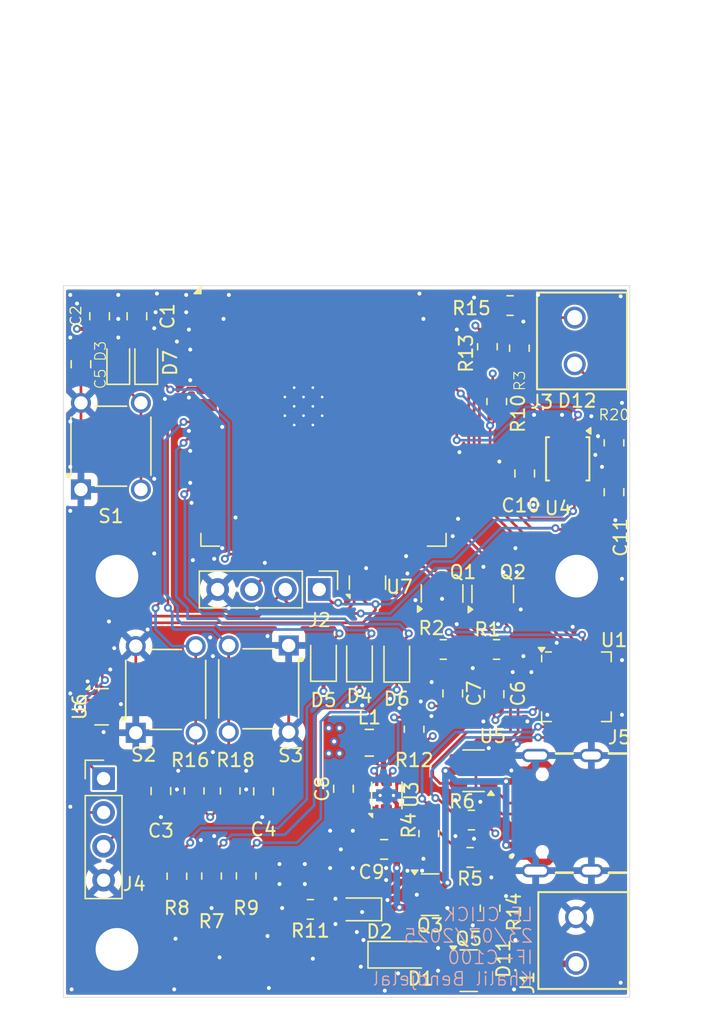
<source format=kicad_pcb>
(kicad_pcb (version 20241229) (generator "pcbnew") (generator_version "9.0")
  (layers (0 "F.Cu" signal) (4 "In1.Cu" signal) (6 "In2.Cu" signal) (2 "B.Cu" signal) (13 "F.Paste" user) (15 "B.Paste" user) (5 "F.SilkS" user "F.Silkscreen") (7 "B.SilkS" user "B.Silkscreen") (1 "F.Mask" user) (3 "B.Mask" user) (25 "Edge.Cuts" user))
  (net 0 "")
  (net 1 "GND")
  (net 2 "VBUS")
  (net 3 "/dn")
  (net 4 "/dp")
  (net 5 "+3.3V")
  (net 6 "/ESP32/SCL")
  (net 7 "/ESP32/SDA")
  (net 8 "Net-(Q1-E)")
  (net 9 "/ESP32/EN")
  (net 10 "Net-(Q1-B)")
  (net 11 "Net-(Q2-E)")
  (net 12 "/ESP32/GPIO0")
  (net 13 "Net-(Q2-B)")
  (net 14 "+5V")
  (net 15 "Vin")
  (net 24 "/ESP32/RXD0_cp2102 -- TXD0_ESP32")
  (net 25 "Net-(U1-~{RST})")
  (net 27 "Net-(U1-VBUS)")
  (net 34 "/ESP32/TXD0_cp2102 -- RXD0_ESP32")
  (net 36 "/ESP32/GPIO35")
  (net 48 "/ESP32/GPIO32")
  (net 50 "/ESP32/GPIO27")
  (net 51 "/ESP32/GPIO34")
  (net 56 "/ESP32/GPIO33")
  (net 63 "Net-(U2-IO19)")
  (net 64 "Net-(U3-SW)")
  (net 65 "Net-(U3-PG)")
  (net 67 "/ESP32/AINpositif")
  (net 69 "/ESP32/AINnégatif")
  (net 74 "Net-(U4-AIN3)")
  (net 76 "Net-(D4-K)")
  (net 77 "Net-(D5-K)")
  (net 78 "Net-(D6-K)")
  (net 79 "Net-(U4-AIN0)")
  (net 80 "Net-(U1-D-)")
  (net 81 "Net-(U1-D+)")
  (net 92 "Net-(D1-A)")
  (net 93 "Net-(D1-K)")
  (net 94 "Net-(D3-K)")
  (net 95 "Net-(D7-K)")
  (footprint "Resistor_SMD:R_0805_2012Metric" (layer "F.Cu") (at 151.4875 100.5 180)
    (property "Reference" "R2")
    (property "Value" "10K")
  )
  (footprint "Diode_SMD:D_SOD-323" (layer "F.Cu") (at 145.25 120 180)
    (property "Reference" "D2")
    (property "Value" "BAT54WS")
  )
  (footprint "Capacitor_SMD:C_0805_2012Metric" (layer "F.Cu") (at 144 110.95 -90)
    (property "Reference" "C8")
    (property "Value" "22uF")
  )
  (footprint "Capacitor_SMD:C_0805_2012Metric" (layer "F.Cu") (at 155.3 103.85 90)
    (property "Reference" "C6")
    (property "Value" "4.7uF")
  )
  (footprint "Resistor_SMD:R_0805_2012Metric" (layer "F.Cu") (at 155 119.9125 90)
    (property "Reference" "R14")
    (property "Value" "10k")
  )
  (footprint "MountingHole:MountingHole_3.2mm_M3_DIN965_Pad" (layer "F.Cu") (at 127 95)
    (property "Reference" "H2" (hide yes))
    (property "Value" "MountingHole_Pad")
  )
  (footprint "Package_TO_SOT_SMD:SOT-23-6" (layer "F.Cu") (at 153.7625 109.6 180)
    (property "Reference" "U5")
    (property "Value" "USBLC6-2SC6")
  )
  (footprint "Resistor_SMD:R_0805_2012Metric" (layer "F.Cu") (at 149.3 106.4875 90)
    (property "Reference" "R12")
    (property "Value" "100k")
  )
  (footprint "Resistor_SMD:R_0805_2012Metric" (layer "F.Cu") (at 157.2 77.9 90)
    (property "Reference" "R3")
    (property "Value" "0R")
  )
  (footprint "Resistor_SMD:R_0805_2012Metric" (layer "F.Cu") (at 153.5 116.1)
    (property "Reference" "R5")
    (property "Value" "47k")
  )
  (footprint "Resistor_SMD:R_0805_2012Metric" (layer "F.Cu") (at 150.4 114.3125 90)
    (property "Reference" "R4")
    (property "Value" "22k")
  )
  (footprint "Resistor_SMD:R_0805_2012Metric" (layer "F.Cu") (at 155.4875 100.5)
    (property "Reference" "R1")
    (property "Value" "10K")
  )
  (footprint "Library_iot:IND_LQH2HPZ2R2MJRL" (layer "F.Cu") (at 145.9375 107.5 180)
    (property "Reference" "L1")
    (property "Value" "LQH2HPZ2R2MJRL")
  )
  (footprint "Resistor_SMD:R_0805_2012Metric" (layer "F.Cu") (at 153.6 113.3 180)
    (property "Reference" "R6")
    (property "Value" "1K")
  )
  (footprint "Package_TO_SOT_SMD:SOT-23" (layer "F.Cu") (at 151.4 96.3 90)
    (property "Reference" "Q1")
    (property "Value" "SS8050")
  )
  (footprint "Capacitor_SMD:C_0805_2012Metric" (layer "F.Cu") (at 157.6 87.3 90)
    (property "Reference" "C10")
    (property "Value" "0.1µF")
  )
  (footprint "Resistor_SMD:R_0805_2012Metric" (layer "F.Cu") (at 164.3 85 90)
    (property "Reference" "R20")
    (property "Value" "R")
  )
  (footprint "MountingHole:MountingHole_3.2mm_M3_DIN965_Pad" (layer "F.Cu") (at 127 123)
    (property "Reference" "H3" (hide yes))
    (property "Value" "MountingHole_Pad")
  )
  (footprint "Capacitor_SMD:C_0805_2012Metric" (layer "F.Cu") (at 124.3 79.1 -90)
    (property "Reference" "C5")
    (property "Value" "1uF")
  )
  (footprint "Capacitor_SMD:C_0805_2012Metric" (layer "F.Cu") (at 138 111.15 -90)
    (property "Reference" "C4")
    (property "Value" "1uF")
  )
  (footprint "Resistor_SMD:R_0805_2012Metric" (layer "F.Cu") (at 154.8 77.7875 90)
    (property "Reference" "R13")
    (property "Value" "10K")
  )
  (footprint "Resistor_SMD:R_0805_2012Metric" (layer "F.Cu") (at 134.1 117.5 -90)
    (property "Reference" "R7")
    (property "Value" "100R")
  )
  (footprint "Package_DFN_QFN:Diodes_UDFN-10_1.0x2.5mm_P0.5mm" (layer "F.Cu") (at 145.8 95.4875 90)
    (property "Reference" "U7")
    (property "Value" "D3V3XA4B10LP")
  )
  (footprint "Package_DFN_QFN:QFN-28-1EP_5x5mm_P0.5mm_EP3.35x3.35mm" (layer "F.Cu") (at 161.48 103.3)
    (property "Reference" "U1")
    (property "Value" "CP2102N-Axx-xQFN28")
  )
  (footprint "Resistor_SMD:R_0805_2012Metric" (layer "F.Cu") (at 156.5 74.7 180)
    (property "Reference" "R15")
    (property "Value" "0R")
  )
  (footprint "Package_DFN_QFN:Diodes_UDFN-10_1.0x2.5mm_P0.5mm" (layer "F.Cu") (at 125.85 104.8)
    (property "Reference" "U6")
    (property "Value" "D3V3XA4B10LP")
  )
  (footprint "Package_TO_SOT_SMD:SOT-23" (layer "F.Cu") (at 150.5 118.9)
    (property "Reference" "Q3")
    (property "Value" "FDN340P")
  )
  (footprint "Package_TO_SOT_SMD:SOT-23" (layer "F.Cu") (at 153.4 124.6)
    (property "Reference" "Q5")
    (property "Value" "FDN340P")
  )
  (footprint "Capacitor_SMD:C_0805_2012Metric" (layer "F.Cu") (at 152.2 103.8 90)
    (property "Reference" "C7")
    (property "Value" "0.1uF")
  )
  (footprint "Connector_PinHeader_2.54mm:PinHeader_1x04_P2.54mm_Vertical" (layer "F.Cu") (at 142.18 96 -90)
    (property "Reference" "J2")
    (property "Value" "Conn_01x04_Socket")
  )
  (footprint "Resistor_SMD:R_0805_2012Metric" (layer "F.Cu") (at 132.8 111.1125 90)
    (property "Reference" "R16")
    (property "Value" "10K")
  )
  (footprint "Library_iot:SW_TS02-66-60-BK-160-LCR-D" (layer "F.Cu") (at 130.6625 103.5 90)
    (property "Reference" "S2")
    (property "Value" "TS02-66-60-BK-160-LCR-D")
  )
  (footprint "Capacitor_SMD:C_0805_2012Metric" (layer "F.Cu") (at 128.5 75.5 90)
    (property "Reference" "C1")
    (property "Value" "22uF")
  )
  (footprint "Diode_SMD:D_0201_0603Metric" (layer "F.Cu") (at 156.9 123.7 90)
    (property "Reference" "D11")
    (property "Value" "ESDZL5-1F4")
  )
  (footprint "Resistor_SMD:R_0805_2012Metric" (layer "F.Cu") (at 135.5 111.1125 90)
    (property "Reference" "R18")
    (property "Value" "10K")
  )
  (footprint "MountingHole:MountingHole_3.2mm_M3_DIN965_Pad" (layer "F.Cu") (at 161.5 95)
    (property "Reference" "H1" (hide yes))
    (property "Value" "MountingHole_Pad")
  )
  (footprint "Resistor_SMD:R_0805_2012Metric" (layer "F.Cu") (at 141.5125 120 180)
    (property "Reference" "R11")
    (property "Value" "10K")
  )
  (footprint "LED_SMD:LED_0805_2012Metric" (layer "F.Cu") (at 142.5 101.2 90)
    (property "Reference" "D5")
    (property "Value" "LED_G")
  )
  (footprint "Capacitor_SMD:C_0805_2012Metric" (layer "F.Cu") (at 164.3 88.7 -90)
    (property "Reference" "C11")
    (property "Value" "C")
  )
  (footprint "Package_TO_SOT_SMD:SOT-23" (layer "F.Cu") (at 155.2 96.3375 90)
    (property "Reference" "Q2")
    (property "Value" "SS8050")
  )
  (footprint "Resistor_SMD:R_0805_2012Metric" (layer "F.Cu") (at 155.5 81.9 90)
    (property "Reference" "R10")
    (property "Value" "10K")
  )
  (footprint "Library_iot:CONN_ED555&slash_2DS_OST" (layer "F.Cu") (at 161.4512 120.5874 -90)
    (property "Reference" "J1")
    (property "Value" "ED555/2DS")
  )
  (footprint "Package_SON:WSON-8-1EP_2x2mm_P0.5mm_EP0.9x1.6mm_ThermalVias" (layer "F.Cu") (at 147.25 111.45 90)
    (property "Reference" "U3")
    (property "Value" "TPS62162DSG")
  )
  (footprint "Resistor_SMD:R_0805_2012Metric" (layer "F.Cu") (at 131.5 117.5125 -90)
    (property "Reference" "R8")
    (property "Value" "100R")
  )
  (footprint "Library_iot:SW_TS02-66-60-BK-160-LCR-D" (layer "F.Cu") (at 137.6375 103.45 -90)
    (property "Reference" "S3")
    (property "Value" "TS02-66-60-BK-160-LCR-D")
  )
  (footprint "Package_SO:TSSOP-10_3x3mm_P0.5mm" (layer "F.Cu") (at 160.827 86.2 -90)
    (property "Reference" "U4")
    (property "Value" "ADS1015IDGS")
  )
  (footprint "LED_SMD:LED_0805_2012Metric" (layer "F.Cu") (at 145.2 101.2375 90)
    (property "Reference" "D4")
    (property "Value" "LED_B")
  )
  (footprint "Diode_SMD:D_SOD-323" (layer "F.Cu") (at 127.1 79 90)
    (property "Reference" "D3")
    (property "Value" "BAT54WS")
  )
  (footprint "Library_iot:SW_TS02-66-60-BK-160-LCR-D" (layer "F.Cu") (at 126.55 85.25 90)
    (property "Reference" "S1")
    (property "Value" "TS02-66-60-BK-160-LCR-D")
  )
  (footprint "LED_SMD:LED_0805_2012Metric" (layer "F.Cu") (at 148 101.2625 90)
    (property "Reference" "D6")
    (property "Value" "LED_R")
  )
  (footprint "Capacitor_SMD:C_0805_2012Metric" (layer "F.Cu") (at 125.7 75.5 90)
    (property "Reference" "C2")
    (property "Value" "0.1uF")
  )
  (footprint "Diode_SMD:D_0201_0603Metric" (layer "F.Cu") (at 163.62 81.9)
    (property "Reference" "D12")
    (property "Value" "ESDZL2012MX4T5G")
  )
  (footprint "Capacitor_SMD:C_0805_2012Metric" (layer "F.Cu") (at 147.05 115.5 180)
    (property "Reference" "C9")
    (property "Value" "10uF")
  )
  (footprint "Resistor_SMD:R_0805_2012Metric" (layer "F.Cu") (at 136.7 117.4875 -90)
    (property "Reference" "R9")
    (property "Value" "100R")
  )
  (footprint "Capacitor_SMD:C_0805_2012Metric" (layer "F.Cu") (at 130.3 111.125 -90)
    (property "Reference" "C3")
    (property "Value" "1uF")
  )
  (footprint "Library_iot:CONN_ED555&slash_2DS_OST" (layer "F.Cu") (at 161.3512 75.605096 -90)
    (property "Reference" "J3")
    (property "Value" "ED555/2DS")
  )
  (footprint "RF_Module:ESP32-WROOM-32E" (layer "F.Cu") (at 142.5 79.8)
    (property "Reference" "U2" (hide yes))
    (property "Value" "ESP32-WROOM-32E")
  )
  (footprint "Diode_SMD:D_SOD-123" (layer "F.Cu") (at 148.2 123.4)
    (property "Reference" "D1")
    (property "Value" "BZT52Bxx")
  )
  (footprint "Connector_PinHeader_2.54mm:PinHeader_1x04_P2.54mm_Vertical" (layer "F.Cu") (at 126 110.19)
    (property "Reference" "J4")
    (property "Value" "Conn_01x04_Socket")
  )
  (footprint "Library_iot:GCT_USB4105-GF-A" (layer "F.Cu") (at 162.6 112.7775 90)
    (property "Reference" "J5")
    (property "Value" "USB4105-GF-A")
  )
  (footprint "Diode_SMD:D_SOD-323" (layer "F.Cu") (at 129.2 79 90)
    (property "Reference" "D7")
    (property "Value" "BAT54WS")
  )
  (gr_rect (start 122.98 73.2) (end 165.48 126.6) (stroke (width 0.05)) (fill no) (layer "Edge.Cuts"))
  (gr_text "LE CLICK\n23/07/2025\nIF-C100\nKhalil Bendjelal" (at 158.3 125.8 0) (layer "B.SilkS") (effects (font (size 1 1) (thickness 0.1)) (justify left bottom mirror)))
  (segment (start 159.3565 116.4435) (end 158.311 116.4435) (width 0.5) (layer "F.Cu") (net 1))
  (segment (start 128.4125 100.25) (end 128.4125 106.75) (width 0.2) (layer "F.Cu") (net 1))
  (segment (start 139.8875 106.7) (end 139.8875 100.2) (width 0.2) (layer "F.Cu") (net 1))
  (segment (start 156.2 119) (end 155 119) (width 0.5) (layer "F.Cu") (net 1))
  (segment (start 154.9885 74.101) (end 153.8 74.101) (width 0.2) (layer "F.Cu") (net 1))
  (segment (start 138 112.1) (end 138 112.975) (width 0.2) (layer "F.Cu") (net 1))
  (segment (start 145.7 94.4) (end 145.7 94.475) (width 0.2) (layer "F.Cu") (net 1))
  (segment (start 161.827 83.773) (end 161.827 84.05) (width 0.2) (layer "F.Cu") (net 1))
  (segment (start 128.51 74.54) (end 128.5 74.55) (width 0.3) (layer "F.Cu") (net 1))
  (segment (start 162.6 83) (end 161.827 83.773) (width 0.2) (layer "F.Cu") (net 1))
  (segment (start 156.5775 109.6) (end 156.6 109.5775) (width 0.3) (layer "F.Cu") (net 1))
  (segment (start 134.6 119.9) (end 136.1 118.4) (width 0.2) (layer "F.Cu") (net 1))
  (segment (start 159.8 116) (end 159.3565 116.4435) (width 0.5) (layer "F.Cu") (net 1))
  (segment (start 160.827 83.273) (end 160.454 82.9) (width 0.2) (layer "F.Cu") (net 1))
  (segment (start 133.6125 119.9125) (end 132.125 118.425) (width 0.2) (layer "F.Cu") (net 1))
  (segment (start 156.7 115.9275) (end 157.3725 115.9275) (width 0.5) (layer "F.Cu") (net 1))
  (segment (start 138 112.975) (end 137.9 113.075) (width 0.2) (layer "F.Cu") (net 1))
  (segment (start 146.1 115.5) (end 146.1 112.8) (width 0.4) (layer "F.Cu") (net 1))
  (segment (start 148 111.2) (end 147.75 111.45) (width 0.2) (layer "F.Cu") (net 1))
  (segment (start 124.3 82) (end 124.3 79.9) (width 0.2) (layer "F.Cu") (net 1))
  (segment (start 154.1 114.7) (end 154.4125 115.0125) (width 0.2) (layer "F.Cu") (net 1))
  (segment (start 159.03 102.8) (end 155.4 102.8) (width 0.2) (layer "F.Cu") (net 1))
  (segment (start 133.75 74.54) (end 128.51 74.54) (width 0.3) (layer "F.Cu") (net 1))
  (segment (start 124.3 82) (end 124.3 88.5) (width 0.2) (layer "F.Cu") (net 1))
  (segment (start 164.799 81.9) (end 164.899 82) (width 0.2) (layer "F.Cu") (net 1))
  (segment (start 157.845 109.5775) (end 158.311 109.1115) (width 0.5) (layer "F.Cu") (net 1))
  (segment (start 133.71 74.5) (end 133.75 74.54) (width 0.3) (layer "F.Cu") (net 1))
  (segment (start 160.454 82.9) (end 160.4 82.9) (width 0.2) (layer "F.Cu") (net 1))
  (segment (start 156.6 109.5775) (end 156.5775 109.5775) (width 0.5) (layer "F.Cu") (net 1))
  (segment (start 148 110.5) (end 148 111.2) (width 0.2) (layer "F.Cu") (net 1))
  (segment (start 164.3 90.7) (end 164.4 90.8) (width 0.2) (layer "F.Cu") (net 1))
  (segment (start 134.1 118.425) (end 134.1 119.725) (width 0.2) (layer "F.Cu") (net 1))
  (segment (start 158.311 116.4435) (end 157.845 115.9775) (width 0.5) (layer "F.Cu") (net 1))
  (segment (start 125.7 74.55) (end 124 74.55) (width 0.3) (layer "F.Cu") (net 1))
  (segment (start 160.98 102.8) (end 159.03 102.8) (width 0.2) (layer "F.Cu") (net 1))
  (segment (start 157.3725 115.9275) (end 157.4225 115.9775) (width 0.5) (layer "F.Cu") (net 1))
  (segment (start 155.4 102.8) (end 155.3 102.9) (width 0.2) (layer "F.Cu") (net 1))
  (segment (start 134.0875 119.9125) (end 133.6125 119.9125) (width 0.2) (layer "F.Cu") (net 1))
  (segment (start 160.827 84.05) (end 160.827 83.273) (width 0.2) (layer "F.Cu") (net 1))
  (segment (start 156.9 122.3) (end 156.9 123.339) (width 0.5) (layer "F.Cu") (net 1))
  (segment (start 126.2625 104.8) (end 127.1 104.8) (width 0.2) (layer "F.Cu") (net 1))
  (segment (start 157.4225 115.9775) (end 157.845 115.9775) (width 0.5) (layer "F.Cu") (net 1))
  (segment (start 164.3 89.65) (end 164.3 90.7) (width 0.2) (layer "F.Cu") (net 1))
  (segment (start 126 74.55) (end 128.5 74.55) (width 0.3) (layer "F.Cu") (net 1))
  (segment (start 153.8 114.7) (end 154.1 114.7) (width 0.2) (layer "F.Cu") (net 1))
  (segment (start 147.25 111.45) (end 147.38651 111.45) (width 0.3) (layer "F.Cu") (net 1))
  (segment (start 152.285 102.95) (end 150.8 102.95) (width 0.2) (layer "F.Cu") (net 1))
  (segment (start 159.24143 109.1115) (end 159.8 109.67007) (width 0.5) (layer "F.Cu") (net 1))
  (segment (start 158.311 109.1115) (end 159.24143 109.1115) (width 0.5) (layer "F.Cu") (net 1))
  (segment (start 161.48 103.3) (end 160.98 102.8) (width 0.2) (layer "F.Cu") (net 1))
  (segment (start 145.7 94.475) (end 145.8 94.575) (width 0.2) (layer "F.Cu") (net 1))
  (segment (start 163.94 81.9) (end 164.799 81.9) (width 0.2) (layer "F.Cu") (net 1))
  (segment (start 127.1 104.8) (end 127.3 104.6) (width 0.2) (layer "F.Cu") (net 1))
  (segment (start 157.845 109.5775) (end 156.6 109.5775) (width 0.5) (layer "F.Cu") (net 1))
  (segment (start 145.8 95.8375) (end 145.8 95.075) (width 0.2) (layer "F.Cu") (net 1))
  (segment (start 130.3 112.075) (end 130.3 113.075) (width 0.2) (layer "F.Cu") (net 1))
  (segment (start 151.689 74.101) (end 151.25 74.54) (width 0.2) (layer "F.Cu") (net 1))
  (segment (start 136.1 118.4) (end 136.7 118.4) (width 0.2) (layer "F.Cu") (net 1))
  (segment (start 159.8 109.67007) (end 159.8 116) (width 0.5) (layer "F.Cu") (net 1))
  (segment (start 147.11349 111.45) (end 147.25 111.45) (width 0.3) (layer "F.Cu") (net 1))
  (segment (start 140.6 119.9) (end 139.4 119.9) (width 0.5) (layer "F.Cu") (net 1))
  (segment (start 134.1 119.9) (end 134.6 119.9) (width 0.2) (layer "F.Cu") (net 1))
  (segment (start 153.8 74.101) (end 151.689 74.101) (width 0.2) (layer "F.Cu") (net 1))
  (segment (start 154.9 109.6) (end 156.5775 109.6) (width 0.3) (layer "F.Cu") (net 1))
  (segment (start 125.5 104.8) (end 126.2625 104.8) (width 0.2) (layer "F.Cu") (net 1))
  (segment (start 148 112.06349) (end 148 112.4) (width 0.3) (layer "F.Cu") (net 1))
  (segment (start 152.885 102.9) (end 155.3 102.9) (width 0.2) (layer "F.Cu") (net 1))
  (segment (start 134.1 119.9) (end 134.0875 119.9125) (width 0.2) (layer "F.Cu") (net 1))
  (segment (start 152.885 102.9) (end 151.885 102.9) (width 0.2) (layer "F.Cu") (net 1))
  (segment (start 145.8 94.575) (end 145.8 95.075) (width 0.2) (layer "F.Cu") (net 1))
  (segment (start 155.5875 74.7) (end 154.9885 74.101) (width 0.2) (layer "F.Cu") (net 1))
  (segment (start 132.125 118.425) (end 131.6 118.425) (width 0.2) (layer "F.Cu") (net 1))
  (segment (start 154.4125 115.0125) (end 154.4125 116.1) (width 0.2) (layer "F.Cu") (net 1))
  (segment (start 147.38651 111.45) (end 148 112.06349) (width 0.3) (layer "F.Cu") (net 1))
  (via (at 155.1 117.6) (size 0.6) (drill 0.3) (layers "F.Cu" "B.Cu") (net 1))
  (via (at 123.5 77.1) (size 0.6) (drill 0.3) (layers "F.Cu" "B.Cu") (net 1))
  (via (at 164.4 90.8) (size 0.6) (drill 0.3) (layers "F.Cu" "B.Cu") (net 1))
  (via (at 132.5 88) (size 0.6) (drill 0.3) (layers "F.Cu" "B.Cu") (net 1))
  (via (at 131.3 126) (size 0.6) (drill 0.3) (layers "F.Cu" "B.Cu") (net 1))
  (via (at 132.5 80.3) (size 0.6) (drill 0.3) (layers "F.Cu" "B.Cu") (net 1))
  (via (at 123.5 112.3) (size 0.6) (drill 0.3) (layers "F.Cu" "B.Cu") (net 1))
  (via (at 132.6 89.5) (size 0.6) (drill 0.3) (layers "F.Cu" "B.Cu") (net 1))
  (via (at 131.5 77.4) (size 0.6) (drill 0.3) (layers "F.Cu" "B.Cu") (net 1))
  (via (at 162.6 83) (size 0.6) (drill 0.3) (layers "F.Cu" "B.Cu") (net 1))
  (via (at 147.2 117.8) (size 0.6) (drill 0.3) (layers "F.Cu" "B.Cu") (net 1))
  (via (at 134 99.6) (size 0.6) (drill 0.3) (layers "F.Cu" "B.Cu") (net 1))
  (via (at 145.7 94.4) (size 0.6) (drill 0.3) (layers "F.Cu" "B.Cu") (net 1))
  (via (at 134.9 83.8) (size 0.6) (drill 0.3) (layers "F.Cu" "B.Cu") (net 1))
  (via (at 141.7 123.7) (size 0.6) (drill 0.3) (layers "F.Cu" "B.Cu") (net 1))
  (via (at 132.7 93.8) (size 0.6) (drill 0.3) (layers "F.Cu" "B.Cu") (net 1))
  (via (at 127.1 77.1) (size 0.6) (drill 0.3) (layers "F.Cu" "B.Cu") (net 1))
  (via (at 156.7 115.9275) (size 0.6) (drill 0.3) (layers "F.Cu" "B.Cu") (net 1))
  (via (at 163.4 86.8) (size 0.6) (drill 0.3) (layers "F.Cu" "B.Cu") (net 1))
  (via (at 155.6 98.6) (size 0.6) (drill 0.3) (layers "F.Cu" "B.Cu") (net 1))
  (via (at 141.1 118.1) (size 0.6) (drill 0.3) (layers "F.Cu" "B.Cu") (net 1))
  (via (at 162.9 85.9) (size 0.6) (drill 0.3) (layers "F.Cu" "B.Cu") (net 1))
  (via (at 138.3 99.5) (size 0.6) (drill 0.3) (layers "F.Cu" "B.Cu") (net 1))
  (via (at 164.9 101.3) (size 0.6) (drill 0.3) (layers "F.Cu" "B.Cu") (net 1))
  (via (at 157.8 105.9) (size 0.6) (drill 0.3) (layers "F.Cu" "B.Cu") (net 1))
  (via (at 156.6 109.5775) (size 0.6) (drill 0.3) (layers "F.Cu" "B.Cu") (net 1))
  (via (at 133.3 114.8) (size 0.6) (drill 0.3) (layers "F.Cu" "B.Cu") (net 1))
  (via (at 153.8 114.7) (size 0.6) (drill 0.3) (layers "F.Cu" "B.Cu") (net 1))
  (via (at 160.4 82.9) (size 0.6) (drill 0.3) (layers "F.Cu" "B.Cu") (net 1))
  (via (at 134.9 92.9) (size 0.6) (drill 0.3) (layers "F.Cu" "B.Cu") (net 1))
  (via (at 153.7 101.9) (size 0.6) (drill 0.3) (layers "F.Cu" "B.Cu") (net 1))
  (via (at 147.3 119.3) (size 0.6) (drill 0.3) (layers "F.Cu" "B.Cu") (net 1))
  (via (at 154.269212 111.930788) (size 0.6) (drill 0.3) (layers "F.Cu" "B.Cu") (net 1))
  (via (at 158.3 82.9) (size 0.6) (drill 0.3) (layers "F.Cu" "B.Cu") (net 1))
  (via (at 126.8 100.4) (size 0.6) (drill 0.3) (layers "F.Cu" "B.Cu") (net 1))
  (via (at 134.3 114.5) (size 0.6) (drill 0.3) (layers "F.Cu" "B.Cu") (net 1))
  (via (at 152.4 114.5) (size 0.6) (drill 0.3) (layers "F.Cu" "B.Cu") (net 1))
  (via (at 132.2 73.9) (size 0.6) (drill 0.3) (layers "F.Cu" "B.Cu") (net 1))
  (via (at 156.9 122.3) (size 0.6) (drill 0.3) (layers "F.Cu" "B.Cu") (net 1))
  (via (at 164.9 105.4) (size 0.6) (drill 0.3) (layers "F.Cu" "B.Cu") (net 1))
  (via (at 126 106.7) (size 0.6) (drill 0.3) (layers "F.Cu" "B.Cu") (net 1))
  (via (at 148.1 124.8) (size 0.6) (drill 0.3) (layers "F.Cu" "B.Cu") (net 1))
  (via (at 132.4 76.5) (size 0.6) (drill 0.3) (layers "F.Cu" "B.Cu") (net 1))
  (via (at 151.8 119.9) (size 0.6) (drill 0.3) (layers "F.Cu" "B.Cu") (net 1))
  (via (at 152.2 92) (size 0.6) (drill 0.3) (layers "F.Cu" "B.Cu") (net 1))
  (via (at 136.7 111) (size 0.6) (drill 0.3) (layers "F.Cu" "B.Cu") (net 1))
  (via (at 132.4 84.1) (size 0.6) (drill 0.3) (layers "F.Cu" "B.Cu") (net 1))
  (via (at 138.4 125.9) (size 0.6) (drill 0.3) (layers "F.Cu" "B.Cu") (net 1))
  (via (at 129.8 87.7) (size 0.6) (drill 0.3) (layers "F.Cu" "B.Cu") (net 1))
  (via (at 138.1 94) (size 0.6) (drill 0.3) (layers "F.Cu" "B.Cu") (net 1))
  (via (at 126.5 102) (size 0.6) (drill 0.3) (layers "F.Cu" "B.Cu") (net 1))
  (via (at 131.6 109.6) (size 0.6) (drill 0.3) (layers "F.Cu" "B.Cu") (net 1))
  (via (at 127.1 73.9) (size 0.6) (drill 0.3) (layers "F.Cu" "B.Cu") (net 1))
  (via (at 153.8 74.101) (size 0.6) (drill 0.3) (layers "F.Cu" "B.Cu") (net 1))
  (via (at 156 94.7) (size 0.6) (drill 0.3) (layers "F.Cu" "B.Cu") (net 1))
  (via (at 124 74.55) (size 0.6) (drill 0.3) (layers "F.Cu" "B.Cu") (net 1))
  (via (at 143.4 121.1) (size 0.6) (drill 0.3) (layers "F.Cu" "B.Cu") (net 1))
  (via (at 151.1 122.9) (size 0.6) (drill 0.3) (layers "F.Cu" "B.Cu") (net 1))
  (via (at 139.4 119.9) (size 0.6) (drill 0.3) (layers "F.Cu" "B.Cu") (net 1))
  (via (at 143.4 119.2) (size 0.6) (drill 0.3) (layers "F.Cu" "B.Cu") (net 1))
  (via (at 136.7 109.6) (size 0.6) (drill 0.3) (layers "F.Cu" "B.Cu") (net 1))
  (via (at 132.2 75.2) (size 0.6) (drill 0.3) (layers "F.Cu" "B.Cu") (net 1))
  (via (at 149.5 118.9) (size 0.6) (drill 0.3) (layers "F.Cu" "B.Cu") (net 1))
  (via (at 131.5 111) (size 0.6) (drill 0.3) (layers "F.Cu" "B.Cu") (net 1))
  (via (at 132.5 78) (size 0.6) (drill 0.3) (layers "F.Cu" "B.Cu") (net 1))
  (via (at 141.1 116.6) (size 0.6) (drill 0.3) (layers "F.Cu" "B.Cu") (net 1))
  (via (at 154.9 107.9) (size 0.6) (drill 0.3) (layers "F.Cu" "B.Cu") (net 1))
  (via (at 164.9 95.2) (size 0.6) (drill 0.3) (layers "F.Cu" "B.Cu") (net 1))
  (via (at 129.8 93.3) (size 0.6) (drill 0.3) (layers "F.Cu" "B.Cu") (net 1))
  (via (at 131.4 122.2) (size 0.6) (drill 0.3) (layers "F.Cu" "B.Cu") (net 1))
  (via (at 148.7 93.5) (size 0.6) (drill 0.3) (layers "F.Cu" "B.Cu") (net 1))
  (via (at 135.4 73.9) (size 0.6) (drill 0.3) (layers "F.Cu" "B.Cu") (net 1))
  (via (at 148.2 104.9) (size 0.6) (drill 0.3) (layers "F.Cu" "B.Cu") (net 1))
  (via (at 158.1 102.2) (size 0.6) (drill 0.3) (layers "F.Cu" "B.Cu") (net 1))
  (via (at 134.1 119.9) (size 0.6) (drill 0.3) (layers "F.Cu" "B.Cu") (net 1))
  (via (at 149.9 117.1) (size 0.6) (drill 0.3) (layers "F.Cu" "B.Cu") (net 1))
  (via (at 134.7 123.6) (size 0.6) (drill 0.3) (layers "F.Cu" "B.Cu") (net 1))
  (via (at 152.4 111.8) (size 0.6) (drill 0.3) (layers "F.Cu" "B.Cu") (net 1))
  (via (at 123.5 73.9) (size 0.6) (drill 0.3) (layers "F.Cu" "B.Cu") (net 1))
  (via (at 149.4 96.8) (size 0.6) (drill 0.3) (layers "F.Cu" "B.Cu") (net 1))
  (via (at 164.8 125.5) (size 0.6) (drill 0.3) (layers "F.Cu" "B.Cu") (net 1))
  (via (at 151.1 124.6) (size 0.6) (drill 0.3) (layers "F.Cu" "B.Cu") (net 1))
  (via (at 147.5 104.2) (size 0.6) (drill 0.3) (layers "F.Cu" "B.Cu") (net 1))
  (via (at 158.6 73.9) (size 0.6) (drill 0.3) (layers "F.Cu" "B.Cu") (net 1))
  (via (at 127.1 75.7) (size 0.6) (drill 0.3) (layers "F.Cu" "B.Cu") (net 1))
  (via (at 164.899 82) (size 0.6) (drill 0.3) (layers "F.Cu" "B.Cu") (net 1))
  (via (at 157.5 75.9) (size 0.6) (drill 0.3) (layers "F.Cu" "B.Cu") (net 1))
  (via (at 152.5 76.5) (size 0.6) (drill 0.3) (layers "F.Cu" "B.Cu") (net 1))
  (via (at 156.8 126) (size 0.6) (drill 0.3) (layers "F.Cu" "B.Cu") (net 1))
  (via (at 156.2 119) (size 0.6) (drill 0.3) (layers "F.Cu" "B.Cu") (net 1))
  (via (at 145.4 104.7) (size 0.6) (drill 0.3) (layers "F.Cu" "B.Cu") (net 1))
  (via (at 147.1 126.1) (size 0.6) (drill 0.3) (layers "F.Cu" "B.Cu") (net 1))
  (via (at 135.4 97.4) (size 0.6) (drill 0.3) (layers "F.Cu" "B.Cu") (net 1))
  (via (at 126.4 98.4) (size 0.6) (drill 0.3) (layers "F.Cu" "B.Cu") (net 1))
  (via (at 156.7 102.2) (size 0.6) (drill 0.3) (layers "F.Cu" "B.Cu") (net 1))
  (via (at 151.4 96.7) (size 0.6) (drill 0.3) (layers "F.Cu" "B.Cu") (net 1))
  (via (at 129.8 76.4) (size 0.6) (drill 0.3) (layers "F.Cu" "B.Cu") (net 1))
  (via (at 145.3 124.3) (size 0.6) (drill 0.3) (layers "F.Cu" "B.Cu") (net 1))
  (via (at 134.2 108.2) (size 0.6) (drill 0.3) (layers "F.Cu" "B.Cu") (net 1))
  (via (at 152.7 85.7) (size 0.6) (drill 0.3) (layers "F.Cu" "B.Cu") (net 1))
  (via (at 147.2 116.9) (size 0.6) (drill 0.3) (layers "F.Cu" "B.Cu") (net 1))
  (via (at 123.6 126) (size 0.6) (drill 0.3) (layers "F.Cu" "B.Cu") (net 1))
  (via (at 135.9 90.6) (size 0.6) (drill 0.3) (layers "F.Cu" "B.Cu") (net 1))
  (via (at 123.5 103.8) (size 0.6) (drill 0.3) (layers "F.Cu" "B.Cu") (net 1))
  (via (at 132.4 81.6) (size 0.6) (drill 0.3) (layers "F.Cu" "B.Cu") (net 1))
  (via (at 143 116.9) (size 0.6) (drill 0.3) (layers "F.Cu" "B.Cu") (net 1))
  (via (at 123.5 86.8) (size 0.6) (drill 0.3) (layers "F.Cu" "B.Cu") (net 1))
  (via (at 129.3 99) (size 0.6) (drill 0.3) (layers "F.Cu" "B.Cu") (net 1))
  (via (at 157 107.6) (size 0.6) (drill 0.3) (layers "F.Cu" "B.Cu") (net 1))
  (via (at 154.5 105.9) (size 0.6) (drill 0.3) (layers "F.Cu" "B.Cu") (net 1))
  (via (at 145 121.7) (size 0.6) (drill 0.3) (layers "F.Cu" "B.Cu") (net 1))
  (via (at 157.3 97.5) (size 0.6) (drill 0.3) (layers "F.Cu" "B.Cu") (net 1))
  (via (at 144.3 104.7) (size 0.6) (drill 0.3) (layers "F.Cu" "B.Cu") (net 1))
  (via (at 139.2 118.1) (size 0.6) (drill 0.3) (layers "F.Cu" "B.Cu") (net 1))
  (via (at 139.2 116.6) (size 0.6) (drill 0.3) (layers "F.Cu" "B.Cu") (net 1))
  (via (at 135 75.7) (size 0.6) (drill 0.3) (layers "F.Cu" "B.Cu") (net 1))
  (via (at 153.7 121.2) (size 0.6) (drill 0.3) (layers "F.Cu" "B.Cu") (net 1))
  (via (at 155.7 86.4) (size 0.6) (drill 0.3) (layers "F.Cu" "B.Cu") (net 1))
  (via (at 130.3 113.075) (size 0.6) (drill 0.3) (layers "F.Cu" "B.Cu") (net 1))
  (via (at 123.5 83.4) (size 0.6) (drill 0.3) (layers "F.Cu" "B.Cu") (net 1))
  (via (at 157.5 101) (size 0.6) (drill 0.3) (layers "F.Cu" "B.Cu") (net 1))
  (via (at 150.615 102.95) (size 0.6) (drill 0.3) (layers "F.Cu" "B.Cu") (net 1))
  (via (at 134.2 101) (size 0.6) (drill 0.3) (layers "F.Cu" "B.Cu") (net 1))
  (via (at 150 116.2) (size 0.6) (drill 0.3) (layers "F.Cu" "B.Cu") (net 1))
  (via (at 127.3 104.6) (size 0.6) (drill 0.3) (layers "F.Cu" "B.Cu") (net 1))
  (via (at 150.6 105.5) (size 0.6) (drill 0.3) (layers "F.Cu" "B.Cu") (net 1))
  (via (at 148.8 94.8) (size 0.6) (drill 0.3) (layers "F.Cu" "B.Cu") (net 1))
  (via (at 156.9 92.9) (size 0.6) (drill 0.3) (layers "F.Cu" "B.Cu") (net 1))
  (via (at 161.2 98.8) (size 0.6) (drill 0.3) (layers "F.Cu" "B.Cu") (net 1))
  (via (at 145.5 122.3) (size 0.6) (drill 0.3) (layers "F.Cu" "B.Cu") (net 1))
  (via (at 130.6 81.7) (size 0.6) (drill 0.3) (layers "F.Cu" "B.Cu") (net 1))
  (via (at 148.8 117.1) (size 0.6) (drill 0.3) (layers "F.Cu" "B.Cu") (net 1))
  (via (at 152.5 98.6) (size 0.6) (drill 0.3) (layers "F.Cu" "B.Cu") (net 1))
  (via (at 123.5 90.1) (size 0.6) (drill 0.3) (layers "F.Cu" "B.Cu") (net 1))
  (via (at 130 73.8) (size 0.6) (drill 0.3) (layers "F.Cu" "B.Cu") (net 1))
  (via (at 157 94.7) (size 0.6) (drill 0.3) (layers "F.Cu" "B.Cu") (net 1))
  (via (at 159.3 105.4) (size 0.6) (drill 0.3) (layers "F.Cu" "B.Cu") (net 1))
  (via (at 129.9 75.2) (size 0.6) (drill 0.3) (layers "F.Cu" "B.Cu") (net 1))
  (via (at 163.1 84.5) (size 0.6) (drill 0.3) (layers "F.Cu" "B.Cu") (net 1))
  (via (at 144.7 114.1) (size 0.6) (drill 0.3) (layers "F.Cu" "B.Cu") (net 1))
  (via (at 134.3 93.7) (size 0.6) (drill 0.3) (layers "F.Cu" "B.Cu") (net 1))
  (via (at 154.5 94.3) (size 0.6) (drill 0.3) (layers "F.Cu" "B.Cu") (net 1))
  (via (at 160 100) (size 0.6) (drill 0.3) (layers "F.Cu" "B.Cu") (net 1))
  (via (at 137.5 97.4) (size 0.6) (drill 0.3) (layers "F.Cu" "B.Cu") (net 1))
  (via (at 145.4 120.2) (size 0.6) (drill 0.3) (layers "F.Cu" "B.Cu") (net 1))
  (via (at 124.8 102.9) (size 0.6) (drill 0.3) (layers "F.Cu" "B.Cu") (net 1))
  (via (at 143.8 115.5) (size 0.6) (drill 0.3) (layers "F.Cu" "B.Cu") (net 1))
  (via (at 149.8 104.4) (size 0.6) (drill 0.3) (layers "F.Cu" "B.Cu") (net 1))
  (via (at 164.8 74) (size 0.6) (drill 0.3) (layers "F.Cu" "B.Cu") (net 1))
  (via (at 132.5 85.6) (size 0.6) (drill 0.3) (layers "F.Cu" "B.Cu") (net 1))
  (via (at 152.6 90.7) (size 0.6) (drill 0.3) (layers "F.Cu" "B.Cu") (net 1))
  (via (at 143 114.1) (size 0.6) (drill 0.3) (layers "F.Cu" "B.Cu") (net 1))
  (via (at 137.9 113.075) (size 0.6) (drill 0.3) (layers "F.Cu" "B.Cu") (net 1))
  (via (at 149.7 73.8) (size 0.6) (drill 0.3) (layers "F.Cu" "B.Cu") (net 1))
  (via (at 138.3 122) (size 0.6) (drill 0.3) (layers "F.Cu" "B.Cu") (net 1))
  (via (at 150 75.7) (size 0.6) (drill 0.3) (layers "F.Cu" "B.Cu") (net 1))
  (via (at 144.7 116.9) (size 0.6) (drill 0.3) (layers "F.Cu" "B.Cu") (net 1))
  (segment (start 156.951 109.9285) (end 156.951 115.6765) (width 0.5) (layer "B.Cu") (net 1))
  (segment (start 156.6 109.5775) (end 156.951 109.9285) (width 0.5) (layer "B.Cu") (net 1))
  (segment (start 156.951 115.6765) (end 156.7 115.9275) (width 0.5) (layer "B.Cu") (net 1))
  (segment (start 151.4375 118.3625) (end 151.8 118) (width 0.5) (layer "F.Cu") (net 2))
  (segment (start 151.4375 118.9) (end 151.4375 118.3625) (width 0.5) (layer "F.Cu") (net 2))
  (segment (start 150.7 115.225) (end 150.7 116.9) (width 0.5) (layer "F.Cu") (net 2))
  (segment (start 156.9225 110.3775) (end 157.845 110.3775) (width 0.5) (layer "F.Cu") (net 2))
  (segment (start 156.2 110.4) (end 156.9 110.4) (width 0.5) (layer "F.Cu") (net 2))
  (segment (start 150.7 116.9) (end 151.8 118) (width 0.5) (layer "F.Cu") (net 2))
  (segment (start 157.845 115.1775) (end 156.2 115.1775) (width 0.5) (layer "F.Cu") (net 2))
  (segment (start 156.9 110.4) (end 156.9225 110.3775) (width 0.5) (layer "F.Cu") (net 2))
  (segment (start 152.625 109.6) (end 151.651 109.6) (width 0.5) (layer "F.Cu") (net 2))
  (via (at 156.2 115.1775) (size 0.6) (drill 0.3) (layers "F.Cu" "B.Cu") (net 2))
  (via (at 151.651 109.6) (size 0.6) (drill 0.3) (layers "F.Cu" "B.Cu") (net 2))
  (via (at 156.2 110.4) (size 0.6) (drill 0.3) (layers "F.Cu" "B.Cu") (net 2))
  (via (at 151.8 118) (size 0.6) (drill 0.3) (layers "F.Cu" "B.Cu") (net 2))
  (segment (start 151.651 117.851) (end 151.8 118) (width 0.5) (layer "B.Cu") (net 2))
  (segment (start 152.451 110.4) (end 151.651 109.6) (width 0.5) (layer "B.Cu") (net 2))
  (segment (start 151.651 109.6) (end 151.651 117.851) (width 0.5) (layer "B.Cu") (net 2))
  (segment (start 156.2 110.4) (end 152.451 110.4) (width 0.5) (layer "B.Cu") (net 2))
  (segment (start 156.2 115.1775) (end 156.2 110.4) (width 0.5) (layer "B.Cu") (net 2))
  (segment (start 154.545532 108.65) (end 154.9 108.65) (width 0.2) (layer "F.Cu") (net 3))
  (segment (start 157.018 112.5275) (end 156.7 112.8455) (width 0.2) (layer "F.Cu") (net 3))
  (segment (start 157.018 113.5275) (end 157.845 113.5275) (width 0.2) (layer "F.Cu") (net 3))
  (segment (start 153.9365 110.890968) (end 153.9365 109.259032) (width 0.2) (layer "F.Cu") (net 3))
  (segment (start 153.9365 109.259032) (end 154.545532 108.65) (width 0.2) (layer "F.Cu") (net 3))
  (segment (start 156.7 113.2095) (end 157.018 113.5275) (width 0.2) (layer "F.Cu") (net 3))
  (segment (start 156.7 112.8455) (end 155.891032 112.8455) (width 0.2) (layer "F.Cu") (net 3))
  (segment (start 157.845 112.5275) (end 157.018 112.5275) (width 0.2) (layer "F.Cu") (net 3))
  (segment (start 155.891032 112.8455) (end 153.9365 110.890968) (width 0.2) (layer "F.Cu") (net 3))
  (segment (start 156.7 112.8455) (end 156.7 113.2095) (width 0.2) (layer "F.Cu") (net 3))
  (segment (start 158.672 113.0275) (end 157.845 113.0275) (width 0.2) (layer "F.Cu") (net 4))
  (segment (start 157.845 112.0275) (end 158.672 112.0275) (width 0.2) (layer "F.Cu") (net 4))
  (segment (start 158.9 112.2555) (end 158.9 112.7995) (width 0.2) (layer "F.Cu") (net 4))
  (segment (start 156.3775 112.0275) (end 157.845 112.0275) (width 0.2) (layer "F.Cu") (net 4))
  (segment (start 158.672 112.0275) (end 158.9 112.2555) (width 0.2) (layer "F.Cu") (net 4))
  (segment (start 158.9 112.7995) (end 158.672 113.0275) (width 0.2) (layer "F.Cu") (net 4))
  (segment (start 154.9 110.55) (end 156.3775 112.0275) (width 0.2) (layer "F.Cu") (net 4))
  (segment (start 135.05 112.025) (end 134 113.075) (width 0.2) (layer "F.Cu") (net 5))
  (segment (start 158.6 104.8) (end 158.2 105.2) (width 0.2) (layer "F.Cu") (net 5))
  (segment (start 127.151 114.119) (end 126 115.27) (width 0.2) (layer "F.Cu") (net 5))
  (segment (start 150.665 104.75) (end 150.615 104.7) (width 0.2) (layer "F.Cu") (net 5))
  (segment (start 148.0115 96.4885) (end 148.2 96.3) (width 0.2) (layer "F.Cu") (net 5))
  (segment (start 158.25 89.65) (end 157.6 89) (width 0.2) (layer "F.Cu") (net 5))
  (segment (start 129.14 75.81) (end 133.75 75.81) (width 0.3) (layer "F.Cu") (net 5))
  (segment (start 155.6 80.6875) (end 155.9 80.9875) (width 0.2) (layer "F.Cu") (net 5))
  (segment (start 154.1875 76.4875) (end 153.9 76.2) (width 0.2) (layer "F.Cu") (net 5))
  (segment (start 146.326 95.875) (end 146.326 96.4405) (width 0.2) (layer "F.Cu") (net 5))
  (segment (start 159.03 104.8) (end 158.6 104.8) (width 0.2) (layer "F.Cu") (net 5))
  (segment (start 148.2 94.9) (end 147.1 93.8) (width 0.2) (layer "F.Cu") (net 5))
  (segment (start 155.2 79.8) (end 155.2 80.6875) (width 0.2) (layer "F.Cu") (net 5))
  (segment (start 148.2 96.3) (end 148.2 94.9) (width 0.2) (layer "F.Cu") (net 5))
  (segment (start 150.6 107) (end 150.2 107.4) (width 0.2) (layer "F.Cu") (net 5))
  (segment (start 125.7 76.45) (end 124 76.45) (width 0.3) (layer "F.Cu") (net 5))
  (segment (start 147.5 110.5) (end 147.5 109.8) (width 0.2) (layer "F.Cu") (net 5))
  (segment (start 152.885 104.8) (end 155.3 104.8) (width 0.2) (layer "F.Cu") (net 5))
  (segment (start 132.95 112.025) (end 134 113.075) (width 0.2) (layer "F.Cu") (net 5))
  (segment (start 127.151 109.039) (end 127.151 114.119) (width 0.2) (layer "F.Cu") (net 5))
  (segment (start 155.2 76.4875) (end 154.1875 76.4875) (width 0.2) (layer "F.Cu") (net 5))
  (segment (start 159.03 104.3) (end 159.03 104.8) (width 0.2) (layer "F.Cu") (net 5))
  (segment (start 155.3 104.8) (end 155.3 105.7) (width 0.2) (layer "F.Cu") (net 5))
  (segment (start 146.374 96.4885) (end 148.0115 96.4885) (width 0.2) (layer "F.Cu") (net 5))
  (segment (start 124.9 105.3) (end 124.849 105.351) (width 0.2) (layer "F.Cu") (net 5))
  (segment (start 158.25 89.65) (end 158.5 89.9) (width 0.2) (layer "F.Cu") (net 5))
  (segment (start 124.849 106.737) (end 127.151 109.039) (width 0.2) (layer "F.Cu") (net 5))
  (segment (start 125.4625 105.3) (end 124.9 105.3) (width 0.2) (layer "F.Cu") (net 5))
  (segment (start 154.5125 113.4125) (end 155.4 114.3) (width 0.2) (layer "F.Cu") (net 5))
  (segment (start 124.849 105.351) (end 124.849 106.737) (width 0.2) (layer "F.Cu") (net 5))
  (segment (start 150.2 107.4) (end 149.3 107.4) (width 0.2) (layer "F.Cu") (net 5))
  (segment (start 147.1 93.8) (end 139.3 93.8) (width 0.2) (layer "F.Cu") (net 5))
  (segment (start 146.326 96.4405) (end 146.374 96.4885) (width 0.2) (layer "F.Cu") (net 5))
  (segment (start 150.7 107) (end 150.6 107) (width 0.2) (layer "F.Cu") (net 5))
  (segment (start 157.6 89) (end 157.6 88.25) (width 0.2) (layer "F.Cu") (net 5))
  (segment (start 139.3 93.8) (end 137.1 96) (width 0.2) (layer "F.Cu") (net 5))
  (segment (start 152.2 104.75) (end 150.665 104.75) (width 0.2) (layer "F.Cu") (net 5))
  (segment (start 154.5125 113.3) (end 154.5125 113.4125) (width 0.2) (layer "F.Cu") (net 5))
  (segment (start 126 76.45) (end 128.5 76.45) (width 0.3) (layer "F.Cu") (net 5))
  (segment (start 160.6 89.9) (end 160.827 89.673) (width 0.2) (layer "F.Cu") (net 5))
  (segment (start 147.5 109.8) (end 147.7 109.6) (width 0.2) (layer "F.Cu") (net 5))
  (segment (start 155.3 105.7) (end 155.4 105.8) (width 0.2) (layer "F.Cu") (net 5))
  (segment (start 135.5 112.025) (end 135.05 112.025) (width 0.2) (layer "F.Cu") (net 5))
  (segment (start 132.8 112.025) (end 132.95 112.025) (width 0.2) (layer "F.Cu") (net 5))
  (segment (start 158.5 89.9) (end 160.6 89.9) (width 0.2) (layer "F.Cu") (net 5))
  (segment (start 128.5 76.45) (end 129.14 75.81) (width 0.3) (layer "F.Cu") (net 5))
  (segment (start 160.827 89.673) (end 160.827 88.35) (width 0.2) (layer "F.Cu") (net 5))
  (via (at 158.2 105.2) (size 0.6) (drill 0.3) (layers "F.Cu" "B.Cu") (net 5))
  (via (at 143.3 107.4) (size 0.6) (drill 0.3) (layers "F.Cu" "B.Cu") (net 5))
  (via (at 147.7 109.6) (size 0.6) (drill 0.3) (layers "F.Cu" "B.Cu") (net 5))
  (via (at 142.9 108.3) (size 0.6) (drill 0.3) (layers "F.Cu" "B.Cu") (net 5))
  (via (at 143.7 106.4) (size 0.6) (drill 0.3) (layers "F.Cu" "B.Cu") (net 5))
  (via (at 142.9 106.4) (size 0.6) (drill 0.3) (layers "F.Cu" "B.Cu") (net 5))
  (via (at 150.615 104.7) (size 0.6) (drill 0.3) (layers "F.Cu" "B.Cu") (net 5))
  (via (at 158.25 89.65) (size 0.6) (drill 0.3) (layers "F.Cu" "B.Cu") (net 5))
  (via (at 155.4 105.8) (size 0.6) (drill 0.3) (layers "F.Cu" "B.Cu") (net 5))
  (via (at 124 76.45) (size 0.6) (drill 0.3) (layers "F.Cu" "B.Cu") (net 5))
  (via (at 143.7 108.3) (size 0.6) (drill 0.3) (layers "F.Cu" "B.Cu") (net 5))
  (via (at 155.4 114.3) (size 0.6) (drill 0.3) (layers "F.Cu" "B.Cu") (net 5))
  (via (at 153.9 76.2) (size 0.6) (drill 0.3) (layers "F.Cu" "B.Cu") (net 5))
  (via (at 150.7 107) (size 0.6) (drill 0.3) (layers "F.Cu" "B.Cu") (net 5))
  (via (at 155.2 79.8) (size 0.6) (drill 0.3) (layers "F.Cu" "B.Cu") (net 5))
  (via (at 134 113.075) (size 0.6) (drill 0.3) (layers "F.Cu" "B.Cu") (net 5))
  (segment (start 156 105.2) (end 155.4 105.8) (width 0.2) (layer "B.Cu") (net 5))
  (segment (start 158.2 105.2) (end 156 105.2) (width 0.2) (layer "B.Cu") (net 5))
  (segment (start 144.8 97) (end 144.8 95.875) (width 0.2) (layer "F.Cu") (net 6))
  (segment (start 159.9 91.4) (end 159.991962 91.491962) (width 0.2) (layer "F.Cu") (net 6))
  (segment (start 139.64 96) (end 139.64 96.84) (width 0.2) (layer "F.Cu") (net 6))
  (segment (start 139.64 96.84) (end 140.6 97.8) (width 0.2) (layer "F.Cu") (net 6))
  (segment (start 123.601 111.501) (end 123.601 104.599) (width 0.2) (layer "F.Cu") (net 6))
  (segment (start 125.4625 100.3375) (end 127.799 98.001) (width 0.2) (layer "F.Cu") (net 6))
  (segment (start 160.908038 91.491962) (end 161.827 90.573) (width 0.2) (layer "F.Cu") (net 6))
  (segment (start 153.3975 77.08) (end 151.25 77.08) (width 0.2) (layer "F.Cu") (net 6))
  (segment (start 145.3 97.8) (end 144 97.8) (width 0.2) (layer "F.Cu") (net 6))
  (segment (start 127.799 98.001) (end 137.639 98.001) (width 0.2) (layer "F.Cu") (net 6))
  (segment (start 159.991962 91.491962) (end 160.908038 91.491962) (width 0.2) (layer "F.Cu") (net 6))
  (segment (start 126 112.73) (end 124.83 112.73) (width 0.2) (layer "F.Cu") (net 6))
  (segment (start 124.4 103.8) (end 125.4625 103.8) (width 0.2) (layer "F.Cu") (net 6))
  (segment (start 124.83 112.73) (end 123.601 111.501) (width 0.2) (layer "F.Cu") (net 6))
  (segment (start 123.601 104.599) (end 124.4 103.8) (width 0.2) (layer "F.Cu") (net 6))
  (segment (start 159.9 91.4) (end 158.1 91.4) (width 0.2) (layer "F.Cu") (net 6))
  (segment (start 125.4625 103.8) (end 125.4625 100.3375) (width 0.2) (layer "F.Cu") (net 6))
  (segment (start 144 97.8) (end 144.8 97) (width 0.2) (layer "F.Cu") (net 6))
  (segment (start 151.305 77.025) (end 151.25 77.08) (width 0.2) (layer "F.Cu") (net 6))
  (segment (start 158.1 91.4) (end 154.2 87.5) (width 0.2) (layer "F.Cu") (net 6))
  (segment (start 154.2 79.3) (end 154.8 78.7) (width 0.2) (layer "F.Cu") (net 6))
  (segment (start 155.2 78.8825) (end 153.3975 77.08) (width 0.2) (layer "F.Cu") (net 6))
  (segment (start 154.2 87.5) (end 154.2 79.3) (width 0.2) (layer "F.Cu") (net 6))
  (segment (start 161.827 90.573) (end 161.827 88.35) (width 0.2) (layer "F.Cu") (net 6))
  (segment (start 140.6 97.8) (end 144 97.8) (width 0.2) (layer "F.Cu") (net 6))
  (segment (start 137.639 98.001) (end 139.64 96) (width 0.2) (layer "F.Cu") (net 6))
  (via (at 145.3 97.8) (size 0.6) (drill 0.3) (layers "F.Cu" "B.Cu") (net 6))
  (via (at 159.9 91.4) (size 0.6) (drill 0.3) (layers "F.Cu" "B.Cu") (net 6))
  (segment (start 155.8 91.4) (end 152.8 94.4) (width 0.2) (layer "B.Cu") (net 6))
  (segment (start 147.5 97.8) (end 145.3 97.8) (width 0.2) (layer "B.Cu") (net 6))
  (segment (start 159.9 91.4) (end 155.8 91.4) (width 0.2) (layer "B.Cu") (net 6))
  (segment (start 150.9 94.4) (end 147.5 97.8) (width 0.2) (layer "B.Cu") (net 6))
  (segment (start 152.8 94.4) (end 150.9 94.4) (width 0.2) (layer "B.Cu") (net 6))
  (segment (start 145.449943 98.5) (end 127.9 98.5) (width 0.2) (layer "F.Cu") (net 7))
  (segment (start 155.5 83.2) (end 155 83.7) (width 0.2) (layer "F.Cu") (net 7))
  (segment (start 146.4 97.549943) (end 145.449943 98.5) (width 0.2) (layer "F.Cu") (net 7))
  (segment (start 125.4625 104.3) (end 124.752288 104.3) (width 0.2) (layer "F.Cu") (net 7))
  (segment (start 124.226144 104.826144) (end 124.2 104.852288) (width 0.2) (layer "F.Cu") (net 7))
  (segment (start 161.227 90.073) (end 161.327 89.973) (width 0.2) (layer "F.Cu") (net 7))
  (segment (start 155 83.7) (end 155 87.7) (width 0.2) (layer "F.Cu") (net 7))
  (segment (start 124.2 108.39) (end 126 110.19) (width 0.2) (layer "F.Cu") (net 7))
  (segment (start 155.5 82.8125) (end 155.5 83.2) (width 0.2) (layer "F.Cu") (net 7))
  (segment (start 146.4 97.1) (end 146.4 97.549943) (width 0.2) (layer "F.Cu") (net 7))
  (segment (start 125.9 100.5) (end 125.9 102.6) (width 0.2) (layer "F.Cu") (net 7))
  (segment (start 155 87.7) (end 158 90.7) (width 0.2) (layer "F.Cu") (net 7))
  (segment (start 158 90.7) (end 160.648528 90.7) (width 0.2) (layer "F.Cu") (net 7))
  (segment (start 124.2 104.852288) (end 124.2 108.39) (width 0.2) (layer "F.Cu") (net 7))
  (segment (start 125.9 102.6) (end 126.1 102.8) (width 0.2) (layer "F.Cu") (net 7))
  (segment (start 160.648528 90.7) (end 161.227 90.121528) (width 0.2) (layer "F.Cu") (net 7))
  (segment (start 146.4 97.1) (end 145.8 97.1) (width 0.2) (layer "F.Cu") (net 7))
  (segment (start 143.18 97) (end 143.6 97) (width 0.2) (layer "F.Cu") (net 7))
  (segment (start 145.274 96.574) (end 145.274 95.875) (width 0.2) (layer "F.Cu") (net 7))
  (segment (start 124.752288 104.3) (end 124.226144 104.826144) (width 0.2) (layer "F.Cu") (net 7))
  (segment (start 152.8 81.3) (end 152.1875 80.6875) (width 0.2) (layer "F.Cu") (net 7))
  (segment (start 142.18 96) (end 143.18 97) (width 0.2) (layer "F.Cu") (net 7))
  (segment (start 161.327 89.973) (end 161.327 88.35) (width 0.2) (layer "F.Cu") (net 7))
  (segment (start 161.227 90.121528) (end 161.227 90.073) (width 0.2) (layer "F.Cu") (net 7))
  (segment (start 127.9 98.5) (end 125.9 100.5) (width 0.2) (layer "F.Cu") (net 7))
  (segment (start 145.8 97.1) (end 145.274 96.574) (width 0.2) (layer "F.Cu") (net 7))
  (segment (start 152.1875 80.6875) (end 151.4525 80.6875) (width 0.2) (layer "F.Cu") (net 7))
  (segment (start 151.4525 80.6875) (end 151.25 80.89) (width 0.2) (layer "F.Cu") (net 7))
  (via (at 152.8 81.3) (size 0.6) (drill 0.3) (layers "F.Cu" "B.Cu") (net 7))
  (via (at 161.227 90.121528) (size 0.6) (drill 0.3) (layers "F.Cu" "B.Cu") (net 7))
  (via (at 146.4 97.1) (size 0.6) (drill 0.3) (layers "F.Cu" "B.Cu") (net 7))
  (via (at 124.226144 104.826144) (size 0.6) (drill 0.3) (layers "F.Cu" "B.Cu") (net 7))
  (via (at 155 83.7) (size 0.6) (drill 0.3) (layers "F.Cu" "B.Cu") (net 7))
  (via (at 126.1 102.8) (size 0.6) (drill 0.3) (layers "F.Cu" "B.Cu") (net 7))
  (via (at 143.6 97) (size 0.6) (drill 0.3) (layers "F.Cu" "B.Cu") (net 7))
  (segment (start 152.8 81.3) (end 155 83.5) (width 0.2) (layer "B.Cu") (net 7))
  (segment (start 124.226144 104.826144) (end 124.226144 104.673856) (width 0.2) (layer "B.Cu") (net 7))
  (segment (start 143.7 97.1) (end 143.6 97) (width 0.2) (layer "B.Cu") (net 7))
  (segment (start 160.548528 90.8) (end 161.227 90.121528) (width 0.2) (layer "B.Cu") (net 7))
  (segment (start 155 83.5) (end 155 83.7) (width 0.2) (layer "B.Cu") (net 7))
  (segment (start 146.4 97.1) (end 143.7 97.1) (width 0.2) (layer "B.Cu") (net 7))
  (segment (start 147.5 97.1) (end 150.7 93.9) (width 0.2) (layer "B.Cu") (net 7))
  (segment (start 150.7 93.9) (end 152.256944 93.9) (width 0.2) (layer "B.Cu") (net 7))
  (segment (start 155.356944 90.8) (end 160.548528 90.8) (width 0.2) (layer "B.Cu") (net 7))
  (segment (start 146.4 97.1) (end 147.5 97.1) (width 0.2) (layer "B.Cu") (net 7))
  (segment (start 152.256944 93.9) (end 155.356944 90.8) (width 0.2) (layer "B.Cu") (net 7))
  (segment (start 124.226144 104.673856) (end 126.1 102.8) (width 0.2) (layer "B.Cu") (net 7))
  (segment (start 159.064202 100.85) (end 159.98 100.85) (width 0.2) (layer "F.Cu") (net 8))
  (segment (start 155.660202 101.585202) (end 158.329 101.585202) (width 0.2) (layer "F.Cu") (net 8))
  (segment (start 158.329 101.585202) (end 159.064202 100.85) (width 0.2) (layer "F.Cu") (net 8))
  (segment (start 154.575 100.5) (end 155.660202 101.585202) (width 0.2) (layer "F.Cu") (net 8))
  (segment (start 154.575 99.7625) (end 152.35 97.5375) (width 0.2) (layer "F.Cu") (net 8))
  (segment (start 154.575 100.5) (end 154.575 99.7625) (width 0.2) (layer "F.Cu") (net 8))
  (segment (start 129.2 77.95) (end 131.7 77.95) (width 0.2) (layer "F.Cu") (net 9))
  (segment (start 132.57 77.08) (end 133.75 77.08) (width 0.2) (layer "F.Cu") (net 9))
  (segment (start 131.7 77.95) (end 132.57 77.08) (width 0.2) (layer "F.Cu") (net 9))
  (segment (start 127.1 77.95) (end 129.2 77.95) (width 0.2) (layer "F.Cu") (net 9))
  (segment (start 150.575 97.6625) (end 150.45 97.5375) (width 0.2) (layer "F.Cu") (net 10))
  (segment (start 150.575 100.5) (end 150.575 97.6625) (width 0.2) (layer "F.Cu") (net 10))
  (segment (start 152.4 100.5) (end 152.4 99.7) (width 0.2) (layer "F.Cu") (net 11))
  (segment (start 161.98 99.48) (end 161.9 99.4) (width 0.2) (layer "F.Cu") (net 11))
  (segment (start 156.15 98.55) (end 156.15 97.5375) (width 0.2) (layer "F.Cu") (net 11))
  (segment (start 156.3 99) (end 156.3 98.7) (width 0.2) (layer "F.Cu") (net 11))
  (segment (start 161.98 100.85) (end 161.98 99.48) (width 0.2) (layer "F.Cu") (net 11))
  (segment (start 156.3 98.7) (end 156.15 98.55) (width 0.2) (layer "F.Cu") (net 11))
  (segment (start 152.4 99.7) (end 151.9 99.2) (width 0.2) (layer "F.Cu") (net 11))
  (via (at 156.3 99) (size 0.6) (drill 0.3) (layers "F.Cu" "B.Cu") (net 11))
  (via (at 161.9 99.4) (size 0.6) (drill 0.3) (layers "F.Cu" "B.Cu") (net 11))
  (via (at 151.9 99.2) (size 0.6) (drill 0.3) (layers "F.Cu" "B.Cu") (net 11))
  (segment (start 151.9 99.2) (end 156.1 99.2) (width 0.2) (layer "B.Cu") (net 11))
  (segment (start 161.9 99.4) (end 156.7 99.4) (width 0.2) (layer "B.Cu") (net 11))
  (segment (start 156.1 99.2) (end 156.3 99) (width 0.2) (layer "B.Cu") (net 11))
  (segment (start 156.7 99.4) (end 156.3 99) (width 0.2) (layer "B.Cu") (net 11))
  (segment (start 155.2 95.6625) (end 155.2 94.1) (width 0.2) (layer "F.Cu") (net 12))
  (segment (start 152.1 91) (end 152.05 91.05) (width 0.2) (layer "F.Cu") (net 12))
  (segment (start 152.05 91.05) (end 151.25 91.05) (width 0.2) (layer "F.Cu") (net 12))
  (segment (start 155.2 94.1) (end 152.1 91) (width 0.2) (layer "F.Cu") (net 12))
  (segment (start 154.25 98.35) (end 156.4 100.5) (width 0.2) (layer "F.Cu") (net 13))
  (segment (start 154.25 97.5375) (end 154.25 98.35) (width 0.2) (layer "F.Cu") (net 13))
  (segment (start 148 115.5) (end 148 116.9) (width 0.5) (layer "F.Cu") (net 14))
  (segment (start 147.5 112.4) (end 147.351 112.251) (width 0.3) (layer "F.Cu") (net 14))
  (segment (start 147.65 120) (end 147.8 119.85) (width 0.5) (layer "F.Cu") (net 14))
  (segment (start 149.5625 119.85) (end 148.2 119.85) (width 0.5) (layer "F.Cu") (net 14))
  (segment (start 148.2 119.85) (end 147.8 119.85) (width 0.5) (layer "F.Cu") (net 14))
  (segment (start 147 112.251) (end 147 114.5) (width 0.3) (layer "F.Cu") (net 14))
  (segment (start 147 114.5) (end 148 115.5) (width 0.3) (layer "F.Cu") (net 14))
  (segment (start 146.3 120) (end 147.65 120) (width 0.5) (layer "F.Cu") (net 14))
  (segment (start 147.351 112.251) (end 147 112.251) (width 0.3) (layer "F.Cu") (net 14))
  (via (at 148 116.9) (size 0.6) (drill 0.3) (layers "F.Cu" "B.Cu") (net 14))
  (via (at 148.2 119.85) (size 0.6) (drill 0.3) (layers "F.Cu" "B.Cu") (net 14))
  (segment (start 148 119.65) (end 148.2 119.85) (width 0.5) (layer "B.Cu") (net 14))
  (segment (start 148 116.9) (end 148 119.65) (width 0.5) (layer "B.Cu") (net 14))
  (segment (start 154.3375 124.6) (end 156.361 124.6) (width 0.5) (layer "F.Cu") (net 15))
  (segment (start 159.514798 124.061) (end 159.5412 124.087402) (width 0.5) (layer "F.Cu") (net 15))
  (segment (start 159.514798 124.061) (end 156.9 124.061) (width 0.5) (layer "F.Cu") (net 15))
  (segment (start 159.5412 124.087402) (end 161.4512 124.087402) (width 0.5) (layer "F.Cu") (net 15))
  (segment (start 156.361 124.6) (end 156.9 124.061) (width 0.5) (layer "F.Cu") (net 15))
  (segment (start 153.8 88.1) (end 158.2 92.5) (width 0.2) (layer "F.Cu") (net 24))
  (segment (start 161.48 99.98) (end 161.48 100.85) (width 0.2) (layer "F.Cu") (net 24))
  (segment (start 158.2 96.7) (end 161.48 99.98) (width 0.2) (layer "F.Cu") (net 24))
  (segment (start 152.85 78.35) (end 153.8 79.3) (width 0.2) (layer "F.Cu") (net 24))
  (segment (start 153.8 79.3) (end 153.8 88.1) (width 0.2) (layer "F.Cu") (net 24))
  (segment (start 151.25 78.35) (end 152.85 78.35) (width 0.2) (layer "F.Cu") (net 24))
  (segment (start 158.2 92.5) (end 158.2 96.7) (width 0.2) (layer "F.Cu") (net 24))
  (segment (start 151.05 111.65) (end 152.6875 113.2875) (width 0.2) (layer "F.Cu") (net 25))
  (segment (start 158.6 107.1) (end 159.545798 107.1) (width 0.2) (layer "F.Cu") (net 25))
  (segment (start 160.48 106.165798) (end 160.48 105.75) (width 0.2) (layer "F.Cu") (net 25))
  (segment (start 152.6875 113.2875) (end 152.6875 113.3) (width 0.2) (layer "F.Cu") (net 25))
  (segment (start 159.545798 107.1) (end 160.48 106.165798) (width 0.2) (layer "F.Cu") (net 25))
  (segment (start 150.901 111.65) (end 151.05 111.65) (width 0.2) (layer "F.Cu") (net 25))
  (via (at 158.6 107.1) (size 0.6) (drill 0.3) (layers "F.Cu" "B.Cu") (net 25))
  (via (at 150.901 111.65) (size 0.6) (drill 0.3) (layers "F.Cu" "B.Cu") (net 25))
  (segment (start 150.901 111.65) (end 150.6 111.349) (width 0.2) (layer "B.Cu") (net 25))
  (segment (start 150.6 111.349) (end 150.6 109.6) (width 0.2) (layer "B.Cu") (net 25))
  (segment (start 153.1 107.1) (end 158.6 107.1) (width 0.2) (layer "B.Cu") (net 25))
  (segment (start 150.6 109.6) (end 153.1 107.1) (width 0.2) (layer "B.Cu") (net 25))
  (segment (start 159.43 106.3) (end 158.6 106.3) (width 0.2) (layer "F.Cu") (net 27))
  (segment (start 149.9 111.7) (end 150.7 112.5) (width 0.2) (layer "F.Cu") (net 27))
  (segment (start 152.9875 115.9875) (end 152.9875 116.1) (width 0.2) (layer "F.Cu") (net 27))
  (segment (start 150.4 113.4) (end 152.9875 115.9875) (width 0.2) (layer "F.Cu") (net 27))
  (segment (start 150.7 112.5) (end 150.7 113.4) (width 0.2) (layer "F.Cu") (net 27))
  (segment (start 159.98 105.75) (end 159.43 106.3) (width 0.2) (layer "F.Cu") (net 27))
  (via (at 158.6 106.3) (size 0.6) (drill 0.3) (layers "F.Cu" "B.Cu") (net 27))
  (via (at 149.9 111.7) (size 0.6) (drill 0.3) (layers "F.Cu" "B.Cu") (net 27))
  (segment (start 158.150057 106.7) (end 153.2 106.7) (width 0.2) (layer "B.Cu") (net 27))
  (segment (start 158.550057 106.3) (end 158.150057 106.7) (width 0.2) (layer "B.Cu") (net 27))
  (segment (start 153.2 106.7) (end 152.4 106.7) (width 0.2) (layer "B.Cu") (net 27))
  (segment (start 152.4 106.7) (end 150.1 109) (width 0.2) (layer "B.Cu") (net 27))
  (segment (start 158.6 106.3) (end 158.550057 106.3) (width 0.2) (layer "B.Cu") (net 27))
  (segment (start 149.9 109.2) (end 149.9 111.7) (width 0.2) (layer "B.Cu") (net 27))
  (segment (start 150.1 109) (end 149.9 109.2) (width 0.2) (layer "B.Cu") (net 27))
  (segment (start 153.4 88.5) (end 157.6 92.7) (width 0.2) (layer "F.Cu") (net 34))
  (segment (start 151.25 79.62) (end 152.22 79.62) (width 0.2) (layer "F.Cu") (net 34))
  (segment (start 152.22 79.62) (end 153.4 80.8) (width 0.2) (layer "F.Cu") (net 34))
  (segment (start 160.98 100.260442) (end 160.98 100.85) (width 0.2) (layer "F.Cu") (net 34))
  (segment (start 157.6 92.7) (end 157.6 96.880442) (width 0.2) (layer "F.Cu") (net 34))
  (segment (start 153.4 80.8) (end 153.4 88.5) (width 0.2) (layer "F.Cu") (net 34))
  (segment (start 157.6 96.880442) (end 160.98 100.260442) (width 0.2) (layer "F.Cu") (net 34))
  (segment (start 135.5 109.4125) (end 135.3875 109.3) (width 0.2) (layer "F.Cu") (net 36))
  (segment (start 130.824265 97.375735) (end 130.824265 96.624265) (width 0.2) (layer "F.Cu") (net 36))
  (segment (start 130.801 83.099) (end 131.74 82.16) (width 0.2) (layer "F.Cu") (net 36))
  (segment (start 130.824265 96.624265) (end 130.801 96.601) (width 0.2) (layer "F.Cu") (net 36))
  (segment (start 131.74 82.16) (end 133.75 82.16) (width 0.2) (layer "F.Cu") (net 36))
  (segment (start 135.3875 109.3) (end 135.3875 106.7) (width 0.2) (layer "F.Cu") (net 36))
  (segment (start 135.5 110.2) (end 138 110.2) (width 0.2) (layer "F.Cu") (net 36))
  (segment (start 130.801 96.601) (end 130.801 83.099) (width 0.2) (layer "F.Cu") (net 36))
  (segment (start 135.5 110.2) (end 135.5 109.4125) (width 0.2) (layer "F.Cu") (net 36))
  (segment (start 135.3875 106.8) (end 135.3875 100.3) (width 0.2) (layer "F.Cu") (net 36))
  (segment (start 135.3875 100.2) (end 135.3875 106.7) (width 0.2) (layer "F.Cu") (net 36))
  (via (at 130.824265 97.375735) (size 0.6) (drill 0.3) (layers "F.Cu" "B.Cu") (net 36))
  (segment (start 130.824265 97.375735) (end 131.148533 97.700003) (width 0.2) (layer "B.Cu") (net 36))
  (segment (start 131.148533 97.700003) (end 131.148533 98.848533) (width 0.2) (layer "B.Cu") (net 36))
  (segment (start 134.1875 99) (end 135.3875 100.2) (width 0.2) (layer "B.Cu") (net 36))
  (segment (start 131.3 99) (end 134.1875 99) (width 0.2) (layer "B.Cu") (net 36))
  (segment (start 131.148533 98.848533) (end 131.3 99) (width 0.2) (layer "B.Cu") (net 36))
  (segment (start 142.5 100.2625) (end 142.7375 100.2625) (width 0.2) (layer "F.Cu") (net 48))
  (segment (start 142.7375 100.2625) (end 143.7 99.3) (width 0.2) (layer "F.Cu") (net 48))
  (segment (start 132 83.43) (end 133.75 83.43) (width 0.2) (layer "F.Cu") (net 48))
  (via (at 143.7 99.3) (size 0.6) (drill 0.3) (layers "F.Cu" "B.Cu") (net 48))
  (via (at 132 83.43) (size 0.6) (drill 0.3) (layers "F.Cu" "B.Cu") (net 48))
  (segment (start 131.549533 98.249533) (end 131.899 98.599) (width 0.2) (layer "B.Cu") (net 48))
  (segment (start 131.899 98.599) (end 134.3536 98.599) (width 0.2) (layer "B.Cu") (net 48))
  (segment (start 134.7546 99) (end 143.4 99) (width 0.2) (layer "B.Cu") (net 48))
  (segment (start 143.4 99) (end 143.7 99.3) (width 0.2) (layer "B.Cu") (net 48))
  (segment (start 130.6 84.83) (end 130.6 96.301527) (width 0.2) (layer "B.Cu") (net 48))
  (segment (start 131.549533 97.25106) (end 131.549533 98.249533) (width 0.2) (layer "B.Cu") (net 48))
  (segment (start 130.6 96.301527) (end 131.549533 97.25106) (width 0.2) (layer "B.Cu") (net 48))
  (segment (start 134.3536 98.599) (end 134.7546 99) (width 0.2) (layer "B.Cu") (net 48))
  (segment (start 132 83.43) (end 130.6 84.83) (width 0.2) (layer "B.Cu") (net 48))
  (segment (start 148.8 99.4) (end 148.8 99.525) (width 0.2) (layer "F.Cu") (net 50))
  (segment (start 148.9 99.3) (end 148.8 99.4) (width 0.2) (layer "F.Cu") (net 50))
  (segment (start 148.8 99.525) (end 148 100.325) (width 0.2) (layer "F.Cu") (net 50))
  (segment (start 132.05 88.85) (end 132.39 88.51) (width 0.2) (layer "F.Cu") (net 50))
  (segment (start 132.39 88.51) (end 133.75 88.51) (width 0.2) (layer "F.Cu") (net 50))
  (via (at 132.05 88.85) (size 0.6) (drill 0.3) (layers "F.Cu" "B.Cu") (net 50))
  (via (at 148.9 99.3) (size 0.6) (drill 0.3) (layers "F.Cu" "B.Cu") (net 50))
  (segment (start 135.3 98.198) (end 144.098 98.198) (width 0.2) (layer "B.Cu") (net 50))
  (segment (start 133.397 97.797) (end 134.899 97.797) (width 0.2) (layer "B.Cu") (net 50))
  (segment (start 144.098 98.198) (end 144.5 98.6) (width 0.2) (layer "B.Cu") (net 50))
  (segment (start 132.1 96.5) (end 133.397 97.797) (width 0.2) (layer "B.Cu") (net 50))
  (segment (start 132.1 88.9) (end 132.1 96.5) (width 0.2) (layer "B.Cu") (net 50))
  (segment (start 148.2 98.6) (end 148.9 99.3) (width 0.2) (layer "B.Cu") (net 50))
  (segment (start 144.5 98.6) (end 148.2 98.6) (width 0.2) (layer "B.Cu") (net 50))
  (segment (start 134.899 97.797) (end 135.3 98.198) (width 0.2) (layer "B.Cu") (net 50))
  (segment (start 132.05 88.85) (end 132.1 88.9) (width 0.2) (layer "B.Cu") (net 50))
  (segment (start 132.9125 106.75) (end 132.9125 100.25) (width 0.2) (layer "F.Cu") (net 51))
  (segment (start 132.8 109.4) (end 132.8 110.2) (width 0.2) (layer "F.Cu") (net 51))
  (segment (start 132.8 109.4) (end 132.9125 109.2875) (width 0.2) (layer "F.Cu") (net 51))
  (segment (start 130.325 110.2) (end 130.3 110.175) (width 0.2) (layer "F.Cu") (net 51))
  (segment (start 130.4 96.8) (end 130.4 82.8) (width 0.2) (layer "F.Cu") (net 51))
  (segment (start 132.8 110.2) (end 130.325 110.2) (width 0.2) (layer "F.Cu") (net 51))
  (segment (start 129.9 97.401) (end 129.9 97.3) (width 0.2) (layer "F.Cu") (net 51))
  (segment (start 132.31 80.89) (end 133.75 80.89) (width 0.2) (layer "F.Cu") (net 51))
  (segment (start 130.4 82.8) (end 132.31 80.89) (width 0.2) (layer "F.Cu") (net 51))
  (segment (start 129.9 97.3) (end 130.4 96.8) (width 0.2) (layer "F.Cu") (net 51))
  (segment (start 132.9125 109.2875) (end 132.9125 106.75) (width 0.2) (layer "F.Cu") (net 51))
  (via (at 129.9 97.401) (size 0.6) (drill 0.3) (layers "F.Cu" "B.Cu") (net 51))
  (segment (start 129.9 97.401) (end 129.9 99) (width 0.2) (layer "B.Cu") (net 51))
  (segment (start 129.9 99) (end 131.15 100.25) (width 0.2) (layer "B.Cu") (net 51))
  (segment (start 131.15 100.25) (end 132.9125 100.25) (width 0.2) (layer "B.Cu") (net 51))
  (segment (start 145.2 100.3) (end 146.1 99.4) (width 0.2) (layer "F.Cu") (net 56))
  (segment (start 146.1 99.4) (end 146.1 99.3) (width 0.2) (layer "F.Cu") (net 56))
  (segment (start 133.75 84.7) (end 132.3 84.7) (width 0.2) (layer "F.Cu") (net 56))
  (segment (start 132.3 84.7) (end 132 85) (width 0.2) (layer "F.Cu") (net 56))
  (via (at 132 85) (size 0.6) (drill 0.3) (layers "F.Cu" "B.Cu") (net 56))
  (via (at 146.1 99.3) (size 0.6) (drill 0.3) (layers "F.Cu" "B.Cu") (net 56))
  (segment (start 134.9207 98.599) (end 134.5197 98.198) (width 0.2) (layer "B.Cu") (net 56))
  (segment (start 146.1 99.3) (end 145.851057 99.051057) (width 0.2) (layer "B.Cu") (net 56))
  (segment (start 134.5197 98.198) (end 132.3 98.198) (width 0.2) (layer "B.Cu") (net 56))
  (segment (start 145.851057 99.051057) (end 144.301 99.051057) (width 0.2) (layer "B.Cu") (net 56))
  (segment (start 132.3 98.198) (end 132.3 97.399) (width 0.2) (layer "B.Cu") (net 56))
  (segment (start 131.449 85.551) (end 132 85) (width 0.2) (layer "B.Cu") (net 56))
  (segment (start 144.301 99.051057) (end 143.848943 98.599) (width 0.2) (layer "B.Cu") (net 56))
  (segment (start 132.3 97.399) (end 131.449 96.548) (width 0.2) (layer "B.Cu") (net 56))
  (segment (start 131.449 96.548) (end 131.449 85.551) (width 0.2) (layer "B.Cu") (net 56))
  (segment (start 143.848943 98.599) (end 134.9207 98.599) (width 0.2) (layer "B.Cu") (net 56))
  (segment (start 152.03 83.43) (end 151.25 83.43) (width 0.2) (layer "F.Cu") (net 63))
  (segment (start 161.327 83.2875) (end 161.727 82.8875) (width 0.2) (layer "F.Cu") (net 63))
  (segment (start 152.5 84.8) (end 152.5 83.9) (width 0.2) (layer "F.Cu") (net 63))
  (segment (start 161.327 84.05) (end 161.327 83.2875) (width 0.2) (layer "F.Cu") (net 63))
  (segment (start 152.5 83.9) (end 152.03 83.43) (width 0.2) (layer "F.Cu") (net 63))
  (via (at 152.5 84.8) (size 0.6) (drill 0.3) (layers "F.Cu" "B.Cu") (net 63))
  (via (at 161.6 82.8875) (size 0.6) (drill 0.3) (layers "F.Cu" "B.Cu") (net 63))
  (segment (start 157.7 82.3) (end 161.0125 82.3) (width 0.2) (layer "B.Cu") (net 63))
  (segment (start 161.0125 82.3) (end 161.6 82.8875) (width 0.2) (layer "B.Cu") (net 63))
  (segment (start 155.2 84.8) (end 157.7 82.3) (width 0.2) (layer "B.Cu") (net 63))
  (segment (start 152.5 84.8) (end 155.2 84.8) (width 0.2) (layer "B.Cu") (net 63))
  (segment (start 147 107.625) (end 147 110.5) (width 0.4) (layer "F.Cu") (net 64))
  (segment (start 146.875 107.5) (end 147 107.625) (width 0.2) (layer "F.Cu") (net 64))
  (segment (start 148.125 105.575) (end 149.3 105.575) (width 0.2) (layer "F.Cu") (net 65))
  (segment (start 146.5 110.5) (end 146.5 109.8) (width 0.2) (layer "F.Cu") (net 65))
  (segment (start 148.1 105.6) (end 148.125 105.575) (width 0.2) (layer "F.Cu") (net 65))
  (segment (start 146.5 109.8) (end 146.3 109.6) (width 0.2) (layer "F.Cu") (net 65))
  (segment (start 147.8 105.6) (end 148.1 105.6) (width 0.2) (layer "F.Cu") (net 65))
  (via (at 146.3 109.6) (size 0.6) (drill 0.3) (layers "F.Cu" "B.Cu") (net 65))
  (via (at 147.8 105.6) (size 0.6) (drill 0.3) (layers "F.Cu" "B.Cu") (net 65))
  (segment (start 147.8 105.6) (end 148.1 105.9) (width 0.2) (layer "B.Cu") (net 65))
  (segment (start 148.1 105.9) (end 148.1 108.3) (width 0.2) (layer "B.Cu") (net 65))
  (segment (start 146.7 109.2) (end 146.3 109.6) (width 0.2) (layer "B.Cu") (net 65))
  (segment (start 148.1 108.3) (end 147.2 109.2) (width 0.2) (layer "B.Cu") (net 65))
  (segment (start 147.2 109.2) (end 146.7 109.2) (width 0.2) (layer "B.Cu") (net 65))
  (segment (start 163.3 81.053898) (end 161.3512 79.105098) (width 0.2) (layer "F.Cu") (net 67))
  (segment (start 163.3 83.0875) (end 163.3 81.9) (width 0.2) (layer "F.Cu") (net 67))
  (segment (start 163.3 81.9) (end 163.3 81.053898) (width 0.2) (layer "F.Cu") (net 67))
  (segment (start 164.3 84.0875) (end 163.3 83.0875) (width 0.2) (layer "F.Cu") (net 67))
  (segment (start 158.582404 75.605096) (end 157.2 76.9875) (width 0.2) (layer "F.Cu") (net 69))
  (segment (start 161.3512 75.605096) (end 158.582404 75.605096) (width 0.2) (layer "F.Cu") (net 69))
  (segment (start 157.677308 74.7) (end 158.582404 75.605096) (width 0.2) (layer "F.Cu") (net 69))
  (segment (start 157.4125 74.7) (end 157.677308 74.7) (width 0.2) (layer "F.Cu") (net 69))
  (segment (start 160.327 89.127) (end 160.054 89.4) (width 0.2) (layer "F.Cu") (net 74))
  (segment (start 160.327 88.35) (end 160.327 89.127) (width 0.2) (layer "F.Cu") (net 74))
  (segment (start 157.2 80.9) (end 157.2 78.8125) (width 0.2) (layer "F.Cu") (net 74))
  (segment (start 158.8 82.5) (end 157.2 80.9) (width 0.2) (layer "F.Cu") (net 74))
  (segment (start 158.8 89.1) (end 158.8 82.5) (width 0.2) (layer "F.Cu") (net 74))
  (segment (start 159.1 89.4) (end 158.8 89.1) (width 0.2) (layer "F.Cu") (net 74))
  (segment (start 160.054 89.4) (end 159.1 89.4) (width 0.2) (layer "F.Cu") (net 74))
  (segment (start 145.2 102.175) (end 145.2 103.625) (width 0.3) (layer "F.Cu") (net 76))
  (segment (start 134.1 115.9) (end 135 115) (width 0.2) (layer "F.Cu") (net 76))
  (segment (start 134.1 116.5875) (end 134.1 115.9) (width 0.2) (layer "F.Cu") (net 76))
  (via (at 145.2 103.625) (size 0.6) (drill 0.3) (layers "F.Cu" "B.Cu") (net 76))
  (via (at 135 115) (size 0.6) (drill 0.3) (layers "F.Cu" "B.Cu") (net 76))
  (segment (start 143.4 104.8) (end 142.5 104.8) (width 0.2) (layer "B.Cu") (net 76))
  (segment (start 135.6 114.4) (end 135 115) (width 0.2) (layer "B.Cu") (net 76))
  (segment (start 142.5 104.8) (end 141.8 105.5) (width 0.2) (layer "B.Cu") (net 76))
  (segment (start 141.8 112.2) (end 139.6 114.4) (width 0.2) (layer "B.Cu") (net 76))
  (segment (start 144.575 103.625) (end 145.2 103.625) (width 0.2) (layer "B.Cu") (net 76))
  (segment (start 143.4 104.8) (end 144.575 103.625) (width 0.2) (layer "B.Cu") (net 76))
  (segment (start 139.6 114.4) (end 135.6 114.4) (width 0.2) (layer "B.Cu") (net 76))
  (segment (start 141.8 105.5) (end 141.8 112.2) (width 0.2) (layer "B.Cu") (net 76))
  (segment (start 142.5 102.1375) (end 142.5 103.625) (width 0.3) (layer "F.Cu") (net 77))
  (segment (start 131.5 116.6) (end 131.5 116) (width 0.2) (layer "F.Cu") (net 77))
  (segment (start 131.5 116) (end 132.5 115) (width 0.2) (layer "F.Cu") (net 77))
  (via (at 132.5 115) (size 0.6) (drill 0.3) (layers "F.Cu" "B.Cu") (net 77))
  (via (at 142.5 103.625) (size 0.6) (drill 0.3) (layers "F.Cu" "B.Cu") (net 77))
  (segment (start 132.5 114.7) (end 133.3 113.9) (width 0.2) (layer "B.Cu") (net 77))
  (segment (start 141.25 104.875) (end 142.5 103.625) (width 0.2) (layer "B.Cu") (net 77))
  (segment (start 139.1 113.9) (end 141.25 111.75) (width 0.2) (layer "B.Cu") (net 77))
  (segment (start 141.25 111.75) (end 141.25 104.875) (width 0.2) (layer "B.Cu") (net 77))
  (segment (start 133.3 113.9) (end 139.1 113.9) (width 0.2) (layer "B.Cu") (net 77))
  (segment (start 132.5 115) (end 132.5 114.7) (width 0.2) (layer "B.Cu") (net 77))
  (segment (start 136.7 115.8) (end 137.5 115) (width 0.2) (layer "F.Cu") (net 78))
  (segment (start 148 102.2) (end 148 103.525) (width 0.2) (layer "F.Cu") (net 78))
  (segment (start 136.7 116.4875) (end 136.7 115.8) (width 0.2) (layer "F.Cu") (net 78))
  (via (at 137.5 115) (size 0.6) (drill 0.3) (layers "F.Cu" "B.Cu") (net 78))
  (via (at 148 103.525) (size 0.6) (drill 0.3) (layers "F.Cu" "B.Cu") (net 78))
  (segment (start 137.5 115) (end 140.5 115) (width 0.2) (layer "B.Cu") (net 78))
  (segment (start 145.699 105.201) (end 147.375 103.525) (width 0.2) (layer "B.Cu") (net 78))
  (segment (start 142.3 113.2) (end 142.3 105.9) (width 0.2) (layer "B.Cu") (net 78))
  (segment (start 140.5 115) (end 142.3 113.2) (width 0.2) (layer "B.Cu") (net 78))
  (segment (start 147.375 103.525) (end 148 103.525) (width 0.2) (layer "B.Cu") (net 78))
  (segment (start 142.999 105.201) (end 145.699 105.201) (width 0.2) (layer "B.Cu") (net 78))
  (segment (start 142.3 105.9) (end 142.999 105.201) (width 0.2) (layer "B.Cu") (net 78))
  (segment (start 164.3 85.9125) (end 163.8125 85.9125) (width 0.2) (layer "F.Cu") (net 79))
  (segment (start 160.5 85) (end 160.327 84.827) (width 0.2) (layer "F.Cu") (net 79))
  (segment (start 164.3 85.9125) (end 164.3 87.6) (width 0.2) (layer "F.Cu") (net 79))
  (segment (start 162.9 85) (end 160.5 85) (width 0.2) (layer "F.Cu") (net 79))
  (segment (start 163.8125 85.9125) (end 162.9 85) (width 0.2) (layer "F.Cu") (net 79))
  (segment (start 160.327 84.827) (end 160.327 84.05) (width 0.2) (layer "F.Cu") (net 79))
  (segment (start 153.975 107.3) (end 156.5 107.3) (width 0.2) (layer "F.Cu") (net 80))
  (segment (start 156.5 107.3) (end 157.1 106.7) (width 0.2) (layer "F.Cu") (net 80))
  (segment (start 157.1 104.8671) (end 158.1671 103.8) (width 0.2) (layer "F.Cu") (net 80))
  (segment (start 158.1671 103.8) (end 159.03 103.8) (width 0.2) (layer "F.Cu") (net 80))
  (segment (start 152.625 108.65) (end 153.975 107.3) (width 0.2) (layer "F.Cu") (net 80))
  (segment (start 157.1 106.7) (end 157.1 104.8671) (width 0.2) (layer "F.Cu") (net 80))
  (segment (start 153.270532 106.7) (end 156.5329 106.7) (width 0.2) (layer "F.Cu") (net 81))
  (segment (start 152.625 110.55) (end 151.25 110.55) (width 0.2) (layer "F.Cu") (net 81))
  (segment (start 158.1 103.3) (end 159.03 103.3) (width 0.2) (layer "F.Cu") (net 81))
  (segment (start 152.625 110.55) (end 152.575 110.5) (width 0.2) (layer "F.Cu") (net 81))
  (segment (start 150.7 110) (end 150.7 109.270532) (width 0.2) (layer "F.Cu") (net 81))
  (segment (start 150.7 109.270532) (end 153.270532 106.7) (width 0.2) (layer "F.Cu") (net 81))
  (segment (start 156.5329 106.7) (end 156.5329 104.8671) (width 0.2) (layer "F.Cu") (net 81))
  (segment (start 156.5329 104.8671) (end 158.1 103.3) (width 0.2) (layer "F.Cu") (net 81))
  (segment (start 151.25 110.55) (end 150.7 110) (width 0.2) (layer "F.Cu") (net 81))
  (segment (start 150.1 123.65) (end 149.85 123.4) (width 0.5) (layer "F.Cu") (net 92))
  (segment (start 155 121.1125) (end 152.4625 123.65) (width 0.5) (layer "F.Cu") (net 92))
  (segment (start 152.4625 123.65) (end 150.1 123.65) (width 0.5) (layer "F.Cu") (net 92))
  (segment (start 155 120.825) (end 155 121.1125) (width 0.5) (layer "F.Cu") (net 92))
  (segment (start 144.2 122.0875) (end 145.5125 123.4) (width 0.5) (layer "F.Cu") (net 93))
  (segment (start 144.2 120) (end 144.2 122.0875) (width 0.5) (layer "F.Cu") (net 93))
  (segment (start 144.2 120) (end 142.375 120) (width 0.5) (layer "F.Cu") (net 93))
  (segment (start 152.4625 125.55) (end 147.75 125.55) (width 0.5) (layer "F.Cu") (net 93))
  (segment (start 145.5125 123.4) (end 146.55 123.4) (width 0.5) (layer "F.Cu") (net 93))
  (segment (start 144.2 120) (end 145.6 118.6) (width 0.5) (layer "F.Cu") (net 93))
  (segment (start 146.55 124.35) (end 147.75 125.55) (width 0.5) (layer "F.Cu") (net 93))
  (segment (start 145.6 118.6) (end 147.6 118.6) (width 0.5) (layer "F.Cu") (net 93))
  (segment (start 146.55 123.4) (end 146.55 124.35) (width 0.5) (layer "F.Cu") (net 93))
  (segment (start 148.25 117.95) (end 149.5625 117.95) (width 0.5) (layer "F.Cu") (net 93))
  (segment (start 147.6 118.6) (end 148.25 117.95) (width 0.5) (layer "F.Cu") (net 93))
  (segment (start 128.8 82) (end 127.1 80.3) (width 0.2) (layer "F.Cu") (net 94))
  (segment (start 128.8 88.5) (end 128.8 82) (width 0.2) (layer "F.Cu") (net 94))
  (segment (start 124.3 78.15) (end 125.2 78.15) (width 0.2) (layer "F.Cu") (net 94))
  (segment (start 125.2 78.15) (end 127.1 80.05) (width 0.2) (layer "F.Cu") (net 94))
  (segment (start 127.1 80.3) (end 127.1 80.05) (width 0.2) (layer "F.Cu") (net 94))
  (segment (start 130.05 80.05) (end 131 81) (width 0.2) (layer "F.Cu") (net 95))
  (segment (start 151.4 95.6625) (end 150.0375 94.3) (width 0.2) (layer "F.Cu") (net 95))
  (segment (start 135.449 93.351) (end 135.1 93.7) (width 0.2) (layer "F.Cu") (net 95))
  (segment (start 148.6 94.3) (end 147.651 93.351) (width 0.2) (layer "F.Cu") (net 95))
  (segment (start 129.2 80.05) (end 130.05 80.05) (width 0.2) (layer "F.Cu") (net 95))
  (segment (start 147.651 93.351) (end 135.449 93.351) (width 0.2) (layer "F.Cu") (net 95))
  (segment (start 150.0375 94.3) (end 148.6 94.3) (width 0.2) (layer "F.Cu") (net 95))
  (via (at 135.1 93.7) (size 0.6) (drill 0.3) (layers "F.Cu" "B.Cu") (net 95))
  (via (at 131 81) (size 0.6) (drill 0.3) (layers "F.Cu" "B.Cu") (net 95))
  (segment (start 135.4 93.4) (end 135.1 93.7) (width 0.2) (layer "B.Cu") (net 95))
  (segment (start 131 81) (end 132.9 81) (width 0.2) (layer "B.Cu") (net 95))
  (segment (start 132.9 81) (end 135.4 83.5) (width 0.2) (layer "B.Cu") (net 95))
  (segment (start 135.4 83.5) (end 135.4 93.4) (width 0.2) (layer "B.Cu") (net 95))
  (zone (net 0) (net_name "") (layer "F.Cu") (connect_pads (clearance 0)) (min_thickness 0.25)
    (keepout (tracks allowed) (vias allowed) (pads allowed) (copperpour not_allowed) (footprints allowed))
    (fill (thermal_gap 0.5) (thermal_bridge_width 0.5))
    (polygon (pts (xy 163.6 85.4) (xy 165.7 85.4) (xy 165.8 84.4) (xy 163.6 84.5)))
  )
  (zone (net 0) (net_name "") (layer "F.Cu") (connect_pads (clearance 0)) (min_thickness 0.25)
    (keepout (tracks allowed) (vias allowed) (pads allowed) (copperpour not_allowed) (footprints allowed))
    (fill (thermal_gap 0.5) (thermal_bridge_width 0.5))
    (polygon (pts (xy 165.5 88) (xy 164.6 88.2) (xy 164.6 88.8) (xy 165.7 88.9)))
  )
  (zone (net 0) (net_name "") (layer "F.Cu") (connect_pads (clearance 0)) (min_thickness 0.25)
    (keepout (tracks allowed) (vias allowed) (pads allowed) (copperpour not_allowed) (footprints allowed))
    (fill (thermal_gap 0.5) (thermal_bridge_width 0.5))
    (polygon (pts (xy 158.5 87.8) (xy 158.5 86.9) (xy 156.6 86.9) (xy 156.6 87.7)))
  )
  (zone (net 14) (net_name "+5V") (layer "F.Cu") (priority 5) (connect_pads yes (clearance 0.15)) (min_thickness 0.25) (fill yes (thermal_gap 0.5) (thermal_bridge_width 0.5) (smoothing chamfer))
    (polygon (pts (xy 147.1 112.1) (xy 147.1 113.3) (xy 147.5 113.5) (xy 148.7 114.5) (xy 148.7 116.5) (xy 147.1 116.5) (xy 147.051874 114.574958) (xy 146.8 114.2) (xy 146.8 112.1)))
  )
  (zone (net 5) (net_name "+3.3V") (layer "F.Cu") (priority 5) (connect_pads (clearance 0.5)) (min_thickness 0.25) (fill yes (thermal_gap 0.5) (thermal_bridge_width 0.5) (smoothing chamfer))
    (polygon (pts (xy 142.5 110.5) (xy 145.5 110.5) (xy 145.5 105.5) (xy 142.5 105.5)))
  )
  (zone (net 0) (net_name "") (layer "F.Cu") (connect_pads (clearance 0)) (min_thickness 0.25)
    (keepout (tracks allowed) (vias allowed) (pads allowed) (copperpour not_allowed) (footprints allowed))
    (fill (thermal_gap 0.5) (thermal_bridge_width 0.5))
    (polygon (pts (xy 154.6 86.7) (xy 156.6 86.7) (xy 158.4 90.1) (xy 157.4 90.4)))
  )
  (zone (net 1) (net_name "GND") (layers "F.Cu" "B.Cu") (priority 2) (connect_pads (clearance 0.15)) (min_thickness 0.25) (fill yes (thermal_gap 0.5) (thermal_bridge_width 0.5))
    (polygon (pts (xy 165.6 73.5) (xy 122.9 73.5) (xy 122.9 126.6) (xy 165.6 126.6)))
  )
  (zone (net 0) (net_name "") (layers "F.Cu" "Edge.Cuts") (connect_pads (clearance 0)) (min_thickness 0.25)
    (keepout (tracks allowed) (vias allowed) (pads allowed) (copperpour not_allowed) (footprints allowed))
    (fill (thermal_gap 0.5) (thermal_bridge_width 0.5))
    (polygon (pts (xy 157.3 105.4) (xy 157.9 105.4) (xy 158.6 104.5) (xy 158.5 104) (xy 158.2 104) (xy 157.2 104.9)))
  )
  (zone (net 0) (net_name "") (layers "F.Cu" "Edge.Cuts") (connect_pads (clearance 0)) (min_thickness 0.25)
    (keepout (tracks allowed) (vias allowed) (pads allowed) (copperpour not_allowed) (footprints allowed))
    (fill (thermal_gap 0.5) (thermal_bridge_width 0.5))
    (polygon (pts (xy 159.8 101.6) (xy 159.8 101) (xy 159.1 101) (xy 158.7 101.6)))
  )
  (zone (net 0) (net_name "") (layers "F.Cu" "Edge.Cuts") (connect_pads (clearance 0)) (min_thickness 0.25)
    (keepout (tracks allowed) (vias allowed) (pads allowed) (copperpour not_allowed) (footprints allowed))
    (fill (thermal_gap 0.5) (thermal_bridge_width 0.5))
    (polygon (pts (xy 156.3 99.7) (xy 154.2 99.7) (xy 153.2 98.6) (xy 155.2 98.6) (xy 155.4 98.9) (xy 155.9 98.9)))
  )
  (zone (net 0) (net_name "") (layers "F.Cu" "Edge.Cuts") (connect_pads (clearance 0)) (min_thickness 0.25)
    (keepout (tracks allowed) (vias allowed) (pads allowed) (copperpour not_allowed) (footprints allowed))
    (fill (thermal_gap 0.5) (thermal_bridge_width 0.5))
    (polygon (pts (xy 153.1 111.1) (xy 153.8 111.1) (xy 154.6 108.3) (xy 154.6 107.5) (xy 153 107.6)))
  )
  (zone (net 0) (net_name "") (layers "F.Cu" "Edge.Cuts") (connect_pads (clearance 0)) (min_thickness 0.25)
    (keepout (tracks allowed) (vias allowed) (pads allowed) (copperpour not_allowed) (footprints allowed))
    (fill (thermal_gap 0.5) (thermal_bridge_width 0.5))
    (polygon (pts (xy 152.20826 118.337774) (xy 152.1 112.6) (xy 151.3 112) (xy 150.8 112) (xy 149.5 114.3125) (xy 151 116.9)))
  )
  (zone (net 0) (net_name "") (layers "B.Cu" "Edge.Cuts") (connect_pads (clearance 0)) (min_thickness 0.25)
    (keepout (tracks allowed) (vias allowed) (pads allowed) (copperpour not_allowed) (footprints allowed))
    (fill (thermal_gap 0.5) (thermal_bridge_width 0.5))
    (polygon (pts (xy 131.3 96.4) (xy 130.7 96.4) (xy 130.8 84.8) (xy 131.9 83.8) (xy 132 85) (xy 131.5 86)))
  )
)
</source>
